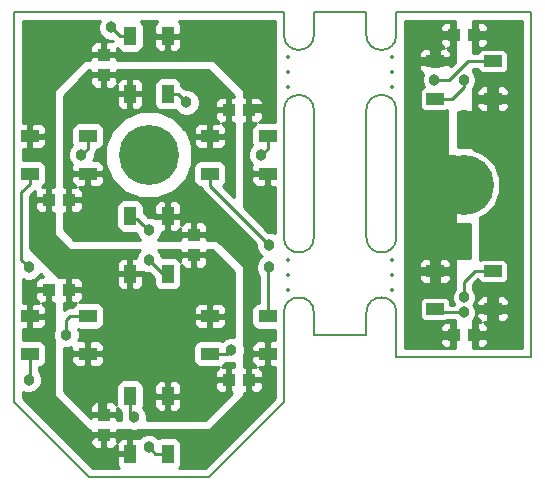
<source format=gtl>
G04 #@! TF.FileFunction,Copper,L1,Top,Signal*
%FSLAX46Y46*%
G04 Gerber Fmt 4.6, Leading zero omitted, Abs format (unit mm)*
G04 Created by KiCad (PCBNEW (2016-05-03 BZR 6266)-product) date Wed May 25 03:17:44 2016*
%MOMM*%
%LPD*%
G01*
G04 APERTURE LIST*
%ADD10C,0.350000*%
%ADD11C,0.150000*%
%ADD12R,1.500000X1.000000*%
%ADD13R,1.000000X1.500000*%
%ADD14C,5.080000*%
%ADD15C,1.016000*%
%ADD16R,1.000000X1.100000*%
%ADD17R,1.100000X1.000000*%
%ADD18C,1.270000*%
%ADD19C,0.965200*%
%ADD20C,0.406400*%
%ADD21C,0.254000*%
%ADD22C,0.350000*%
G04 APERTURE END LIST*
D10*
D11*
X140970000Y-83820000D02*
X140970000Y-81915000D01*
X140970000Y-100965000D02*
X140970000Y-90170000D01*
X140970000Y-107315000D02*
X140970000Y-111125000D01*
X133985000Y-109220000D02*
X138430000Y-109220000D01*
X133985000Y-81915000D02*
X138430000Y-81915000D01*
X140970000Y-90170000D02*
G75*
G03X138430000Y-90170000I-1270000J0D01*
G01*
X133985000Y-90170000D02*
G75*
G03X131445000Y-90170000I-1270000J0D01*
G01*
X140970000Y-107315000D02*
G75*
G03X138430000Y-107315000I-1270000J0D01*
G01*
X133985000Y-107315000D02*
G75*
G03X131445000Y-107315000I-1270000J0D01*
G01*
X131445000Y-100965000D02*
G75*
G03X133985000Y-100965000I1270000J0D01*
G01*
X138430000Y-100965000D02*
G75*
G03X140970000Y-100965000I1270000J0D01*
G01*
X138430000Y-83820000D02*
G75*
G03X140970000Y-83820000I1270000J0D01*
G01*
X131445000Y-83820000D02*
G75*
G03X133985000Y-83820000I1270000J0D01*
G01*
X138430000Y-109220000D02*
X138430000Y-107315000D01*
X133985000Y-107315000D02*
X133985000Y-109220000D01*
X131445000Y-107315000D02*
X131445000Y-114935000D01*
X138430000Y-90170000D02*
X138430000Y-100965000D01*
X133985000Y-100965000D02*
X133985000Y-90170000D01*
X131445000Y-90170000D02*
X131445000Y-100965000D01*
X133985000Y-81915000D02*
X133985000Y-83820000D01*
X138430000Y-83820000D02*
X138430000Y-81915000D01*
X131445000Y-81915000D02*
X131445000Y-83820000D01*
X108585000Y-81915000D02*
X131445000Y-81915000D01*
X108585000Y-114935000D02*
X108585000Y-81915000D01*
X125095000Y-121285000D02*
X114935000Y-121285000D01*
X131445000Y-114935000D02*
X125095000Y-121285000D01*
X108585000Y-114935000D02*
X114935000Y-121285000D01*
X152400000Y-81915000D02*
X140970000Y-81915000D01*
X152400000Y-111125000D02*
X152400000Y-81915000D01*
X140970000Y-111125000D02*
X152400000Y-111125000D01*
D12*
X130085000Y-107620000D03*
X125185000Y-107620000D03*
X125185000Y-110820000D03*
X130085000Y-110820000D03*
D13*
X121615000Y-119290000D03*
X121615000Y-114390000D03*
X118415000Y-114390000D03*
X118415000Y-119290000D03*
D12*
X109945000Y-110820000D03*
X114845000Y-110820000D03*
X114845000Y-107620000D03*
X109945000Y-107620000D03*
D14*
X120015000Y-109220000D03*
D15*
X120015000Y-107315000D03*
X118365222Y-108267500D03*
X118365222Y-110172500D03*
X120015000Y-111125000D03*
X121664778Y-110172500D03*
X121664778Y-108267500D03*
D13*
X118415000Y-99150000D03*
X118415000Y-104050000D03*
X121615000Y-104050000D03*
X121615000Y-99150000D03*
X121615000Y-88810000D03*
X121615000Y-83910000D03*
X118415000Y-83910000D03*
X118415000Y-88810000D03*
D14*
X120015000Y-93980000D03*
D15*
X120015000Y-92075000D03*
X118365222Y-93027500D03*
X118365222Y-94932500D03*
X120015000Y-95885000D03*
X121664778Y-94932500D03*
X121664778Y-93027500D03*
D12*
X125185000Y-95580000D03*
X130085000Y-95580000D03*
X130085000Y-92380000D03*
X125185000Y-92380000D03*
X114845000Y-92380000D03*
X109945000Y-92380000D03*
X109945000Y-95580000D03*
X114845000Y-95580000D03*
D16*
X116205000Y-87210000D03*
X116205000Y-85510000D03*
D17*
X126785000Y-90170000D03*
X128485000Y-90170000D03*
X128485000Y-113030000D03*
X126785000Y-113030000D03*
D16*
X116205000Y-117690000D03*
X116205000Y-115990000D03*
D17*
X111545000Y-105410000D03*
X113245000Y-105410000D03*
X113245000Y-97790000D03*
X111545000Y-97790000D03*
D16*
X123825000Y-100750000D03*
X123825000Y-102450000D03*
D12*
X149135000Y-86030000D03*
X144235000Y-86030000D03*
X144235000Y-89230000D03*
X149135000Y-89230000D03*
D17*
X147535000Y-83820000D03*
X145835000Y-83820000D03*
X147535000Y-109220000D03*
X145835000Y-109220000D03*
D14*
X146685000Y-96520000D03*
D15*
X146685000Y-94615000D03*
X145035222Y-95567500D03*
X145035222Y-97472500D03*
X146685000Y-98425000D03*
X148334778Y-97472500D03*
X148334778Y-95567500D03*
D12*
X149135000Y-103810000D03*
X144235000Y-103810000D03*
X144235000Y-107010000D03*
X149135000Y-107010000D03*
D18*
X116840000Y-97790000D03*
X116840000Y-99060000D03*
X116840000Y-100330000D03*
X115570000Y-99060000D03*
X115570000Y-100330000D03*
X124460000Y-99060000D03*
X123190000Y-97790000D03*
X123190000Y-99060000D03*
X116205000Y-90170000D03*
X114935000Y-90170000D03*
X113665000Y-90170000D03*
X113665000Y-88900000D03*
X114935000Y-88900000D03*
X116205000Y-88900000D03*
X124460000Y-120015000D03*
X125730000Y-118745000D03*
X127000000Y-117475000D03*
X128270000Y-116205000D03*
X129540000Y-114935000D03*
X115570000Y-120015000D03*
X110490000Y-114935000D03*
X111760000Y-116205000D03*
X113030000Y-117475000D03*
X114300000Y-118745000D03*
X115570000Y-104140000D03*
X115570000Y-102870000D03*
X116840000Y-102870000D03*
X116840000Y-104140000D03*
X116840000Y-105410000D03*
X123825000Y-113030000D03*
X125095000Y-113030000D03*
X125095000Y-114300000D03*
X123825000Y-114300000D03*
X114935000Y-114300000D03*
X114935000Y-113030000D03*
X116205000Y-113030000D03*
X116205000Y-114300000D03*
X123825000Y-84455000D03*
X125095000Y-84455000D03*
X125095000Y-83185000D03*
X123825000Y-83185000D03*
X111125000Y-87630000D03*
X109855000Y-87630000D03*
X109855000Y-88900000D03*
X109855000Y-90170000D03*
X128905000Y-87630000D03*
X130175000Y-87630000D03*
X130175000Y-88900000D03*
X130175000Y-90170000D03*
D19*
X129540000Y-93980000D03*
X123190000Y-89535000D03*
X116840000Y-83185000D03*
X127000000Y-110490000D03*
X130175000Y-101600000D03*
X130175000Y-103505000D03*
X118745000Y-116205000D03*
X120015000Y-118745000D03*
X113030000Y-109220000D03*
X109855000Y-113030000D03*
X109855000Y-103505000D03*
X114300000Y-93980000D03*
X120015000Y-102870000D03*
X120015000Y-100330000D03*
D18*
X150495000Y-95250000D03*
X150495000Y-93980000D03*
X149253354Y-93951646D03*
X146685000Y-92710000D03*
X146685000Y-90805000D03*
X142875000Y-97790000D03*
X142875000Y-99060000D03*
X144145000Y-99060000D03*
X146685000Y-100330000D03*
X146685000Y-102235000D03*
D19*
X146696607Y-87641565D03*
X146685000Y-106045000D03*
X144144992Y-87630000D03*
X146685000Y-107315000D03*
D20*
X116840000Y-100330000D02*
X116840000Y-99060000D01*
X115570000Y-100330000D02*
X115570000Y-99060000D01*
X123190000Y-99060000D02*
X124460000Y-99060000D01*
X121615000Y-99150000D02*
X123100000Y-99150000D01*
X123100000Y-99150000D02*
X123190000Y-99060000D01*
X114935000Y-90170000D02*
X116205000Y-90170000D01*
X113665000Y-90170000D02*
X114935000Y-90170000D01*
X113665000Y-88900000D02*
X113665000Y-90170000D01*
X114935000Y-88900000D02*
X113665000Y-88900000D01*
X116205000Y-88900000D02*
X114935000Y-88900000D01*
X118415000Y-88810000D02*
X116295000Y-88810000D01*
X116295000Y-88810000D02*
X116205000Y-88900000D01*
X128270000Y-116205000D02*
X129540000Y-114935000D01*
X125730000Y-118745000D02*
X127000000Y-117475000D01*
X114300000Y-118745000D02*
X115570000Y-120015000D01*
X113030000Y-117475000D02*
X114300000Y-118745000D01*
X110490000Y-114935000D02*
X111760000Y-116205000D01*
X125730000Y-118745000D02*
X124460000Y-120015000D01*
X128270000Y-116205000D02*
X127000000Y-117475000D01*
X128485000Y-113347500D02*
X128485000Y-113880000D01*
X128485000Y-113880000D02*
X129540000Y-114935000D01*
X113030000Y-117475000D02*
X111760000Y-116205000D01*
X115887500Y-117690000D02*
X115355000Y-117690000D01*
X115355000Y-117690000D02*
X114300000Y-118745000D01*
X113665000Y-102870000D02*
X115570000Y-102870000D01*
X115570000Y-102870000D02*
X115570000Y-104140000D01*
X116840000Y-104140000D02*
X116840000Y-102870000D01*
X125095000Y-114300000D02*
X125095000Y-113030000D01*
X121615000Y-114390000D02*
X123735000Y-114390000D01*
X123735000Y-114390000D02*
X123825000Y-114300000D01*
X116205000Y-113030000D02*
X114935000Y-113030000D01*
X115887500Y-115990000D02*
X115887500Y-114617500D01*
X115887500Y-114617500D02*
X116205000Y-114300000D01*
X125095000Y-84455000D02*
X123825000Y-84455000D01*
X125095000Y-83185000D02*
X125095000Y-84455000D01*
X123825000Y-83185000D02*
X125095000Y-83185000D01*
X121615000Y-83910000D02*
X123100000Y-83910000D01*
X123100000Y-83910000D02*
X123825000Y-83185000D01*
X109855000Y-87630000D02*
X111125000Y-87630000D01*
X109855000Y-88900000D02*
X109855000Y-87630000D01*
X109855000Y-90170000D02*
X109855000Y-88900000D01*
X109945000Y-92380000D02*
X109945000Y-90260000D01*
X109945000Y-90260000D02*
X109855000Y-90170000D01*
X130175000Y-87630000D02*
X128905000Y-87630000D01*
X130175000Y-88900000D02*
X130175000Y-87630000D01*
X130175000Y-90170000D02*
X130175000Y-88900000D01*
X128485000Y-89852500D02*
X129857500Y-89852500D01*
X129857500Y-89852500D02*
X130175000Y-90170000D01*
X113245000Y-105092500D02*
X113245000Y-103290000D01*
X113245000Y-103290000D02*
X113665000Y-102870000D01*
D21*
X130085000Y-92380000D02*
X130085000Y-93435000D01*
X130085000Y-93435000D02*
X129540000Y-93980000D01*
X121615000Y-88810000D02*
X122465000Y-88810000D01*
X122465000Y-88810000D02*
X123190000Y-89535000D01*
X118415000Y-83910000D02*
X117565000Y-83910000D01*
X117565000Y-83910000D02*
X116840000Y-83185000D01*
X125185000Y-110820000D02*
X126670000Y-110820000D01*
X126670000Y-110820000D02*
X127000000Y-110490000D01*
X125185000Y-95580000D02*
X125185000Y-96610000D01*
X125185000Y-96610000D02*
X129641601Y-101066601D01*
X129641601Y-101066601D02*
X130175000Y-101600000D01*
X130085000Y-107620000D02*
X130085000Y-103595000D01*
X130085000Y-103595000D02*
X130175000Y-103505000D01*
X118415000Y-114390000D02*
X118415000Y-115875000D01*
X118415000Y-115875000D02*
X118745000Y-116205000D01*
X121615000Y-119290000D02*
X120560000Y-119290000D01*
X120548399Y-119278399D02*
X120015000Y-118745000D01*
X120560000Y-119290000D02*
X120548399Y-119278399D01*
X113030000Y-107950000D02*
X113360000Y-107620000D01*
X113360000Y-107620000D02*
X114845000Y-107620000D01*
X113030000Y-109220000D02*
X113030000Y-107950000D01*
X109855000Y-103505000D02*
X109220000Y-102870000D01*
X109220000Y-102870000D02*
X109220000Y-97155000D01*
X109945000Y-96430000D02*
X109945000Y-95580000D01*
X109220000Y-97155000D02*
X109945000Y-96430000D01*
X109945000Y-110820000D02*
X109945000Y-112940000D01*
X109945000Y-112940000D02*
X109855000Y-113030000D01*
X114845000Y-92380000D02*
X114845000Y-93435000D01*
X114845000Y-93435000D02*
X114300000Y-93980000D01*
X121615000Y-104050000D02*
X121195000Y-104050000D01*
X121195000Y-104050000D02*
X120015000Y-102870000D01*
X119050000Y-99365000D02*
X119557801Y-99872801D01*
X119557801Y-99872801D02*
X120015000Y-100330000D01*
X118415000Y-99150000D02*
X118415000Y-99400000D01*
X118415000Y-99365000D02*
X119050000Y-99365000D01*
D20*
X149253354Y-93951646D02*
X150466646Y-93951646D01*
X150466646Y-93951646D02*
X150495000Y-93980000D01*
X146685000Y-90805000D02*
X146685000Y-92710000D01*
X144145000Y-99060000D02*
X142875000Y-99060000D01*
X146685000Y-102235000D02*
X146685000Y-100330000D01*
D21*
X144235000Y-89230000D02*
X145720000Y-89230000D01*
X145720000Y-89230000D02*
X146696607Y-88253393D01*
X146696607Y-88253393D02*
X146696607Y-87641565D01*
X149135000Y-103810000D02*
X147650000Y-103810000D01*
X147650000Y-103810000D02*
X146685000Y-104775000D01*
X146685000Y-104775000D02*
X146685000Y-106045000D01*
X149135000Y-86030000D02*
X147015000Y-86030000D01*
X145415000Y-87630000D02*
X144144992Y-87630000D01*
X147015000Y-86030000D02*
X145415000Y-87630000D01*
X144235000Y-107010000D02*
X144540000Y-107315000D01*
X144540000Y-107315000D02*
X146685000Y-107315000D01*
X149135000Y-86030000D02*
X149530000Y-86030000D01*
G36*
X115070000Y-86924250D02*
X115228750Y-87083000D01*
X116078000Y-87083000D01*
X116078000Y-87063000D01*
X116332000Y-87063000D01*
X116332000Y-87083000D01*
X117181250Y-87083000D01*
X117340000Y-86924250D01*
X117340000Y-86804500D01*
X125042394Y-86804500D01*
X127190500Y-88952606D01*
X127190500Y-89035000D01*
X127070750Y-89035000D01*
X126912000Y-89193750D01*
X126912000Y-90043000D01*
X126932000Y-90043000D01*
X126932000Y-90297000D01*
X126912000Y-90297000D01*
X126912000Y-91146250D01*
X127070750Y-91305000D01*
X127190500Y-91305000D01*
X127190500Y-97537870D01*
X126271003Y-96618373D01*
X126386441Y-96544090D01*
X126531431Y-96331890D01*
X126582440Y-96080000D01*
X126582440Y-95080000D01*
X126538162Y-94844683D01*
X126399090Y-94628559D01*
X126186890Y-94483569D01*
X125935000Y-94432560D01*
X124435000Y-94432560D01*
X124199683Y-94476838D01*
X123983559Y-94615910D01*
X123838569Y-94828110D01*
X123787560Y-95080000D01*
X123787560Y-96080000D01*
X123831838Y-96315317D01*
X123970910Y-96531441D01*
X124183110Y-96676431D01*
X124435000Y-96727440D01*
X124446360Y-96727440D01*
X124481004Y-96901605D01*
X124565326Y-97027801D01*
X124646185Y-97148815D01*
X129057434Y-101560065D01*
X129057207Y-101821329D01*
X129226992Y-102232242D01*
X129541104Y-102546903D01*
X129554107Y-102552303D01*
X129542758Y-102556992D01*
X129228097Y-102871104D01*
X129057594Y-103281720D01*
X129057207Y-103726329D01*
X129226992Y-104137242D01*
X129323000Y-104233418D01*
X129323000Y-106474818D01*
X129099683Y-106516838D01*
X128883559Y-106655910D01*
X128738569Y-106868110D01*
X128687560Y-107120000D01*
X128687560Y-108120000D01*
X128731838Y-108355317D01*
X128870910Y-108571441D01*
X129083110Y-108716431D01*
X129335000Y-108767440D01*
X130683000Y-108767440D01*
X130683000Y-109685000D01*
X130370750Y-109685000D01*
X130212000Y-109843750D01*
X130212000Y-110693000D01*
X130232000Y-110693000D01*
X130232000Y-110947000D01*
X130212000Y-110947000D01*
X130212000Y-111796250D01*
X130370750Y-111955000D01*
X130683000Y-111955000D01*
X130683000Y-114564894D01*
X124724894Y-120523000D01*
X122537054Y-120523000D01*
X122566441Y-120504090D01*
X122711431Y-120291890D01*
X122762440Y-120040000D01*
X122762440Y-118540000D01*
X122718162Y-118304683D01*
X122579090Y-118088559D01*
X122366890Y-117943569D01*
X122115000Y-117892560D01*
X121115000Y-117892560D01*
X120879683Y-117936838D01*
X120823491Y-117972997D01*
X120648896Y-117798097D01*
X120238280Y-117627594D01*
X119793671Y-117627207D01*
X119382758Y-117796992D01*
X119206159Y-117973283D01*
X119041310Y-117905000D01*
X118700750Y-117905000D01*
X118542000Y-118063750D01*
X118542000Y-119163000D01*
X118562000Y-119163000D01*
X118562000Y-119417000D01*
X118542000Y-119417000D01*
X118542000Y-119437000D01*
X118288000Y-119437000D01*
X118288000Y-119417000D01*
X117438750Y-119417000D01*
X117280000Y-119575750D01*
X117280000Y-120166309D01*
X117376673Y-120399698D01*
X117499974Y-120523000D01*
X115305106Y-120523000D01*
X112757856Y-117975750D01*
X115070000Y-117975750D01*
X115070000Y-118366309D01*
X115166673Y-118599698D01*
X115345301Y-118778327D01*
X115578690Y-118875000D01*
X115919250Y-118875000D01*
X116078000Y-118716250D01*
X116078000Y-117817000D01*
X116332000Y-117817000D01*
X116332000Y-118716250D01*
X116490750Y-118875000D01*
X116831310Y-118875000D01*
X117064699Y-118778327D01*
X117243327Y-118599698D01*
X117280000Y-118511162D01*
X117280000Y-119004250D01*
X117438750Y-119163000D01*
X118288000Y-119163000D01*
X118288000Y-118063750D01*
X118129250Y-117905000D01*
X117788690Y-117905000D01*
X117555301Y-118001673D01*
X117376673Y-118180302D01*
X117340000Y-118268838D01*
X117340000Y-117975750D01*
X117181250Y-117817000D01*
X116332000Y-117817000D01*
X116078000Y-117817000D01*
X115228750Y-117817000D01*
X115070000Y-117975750D01*
X112757856Y-117975750D01*
X109347000Y-114564894D01*
X109347000Y-114029179D01*
X109631720Y-114147406D01*
X110076329Y-114147793D01*
X110487242Y-113978008D01*
X110801903Y-113663896D01*
X110972406Y-113253280D01*
X110972793Y-112808671D01*
X110803008Y-112397758D01*
X110707000Y-112301582D01*
X110707000Y-111965182D01*
X110930317Y-111923162D01*
X111146441Y-111784090D01*
X111291431Y-111571890D01*
X111342440Y-111320000D01*
X111342440Y-110320000D01*
X111298162Y-110084683D01*
X111159090Y-109868559D01*
X110946890Y-109723569D01*
X110695000Y-109672560D01*
X109347000Y-109672560D01*
X109347000Y-108755000D01*
X109659250Y-108755000D01*
X109818000Y-108596250D01*
X109818000Y-107747000D01*
X110072000Y-107747000D01*
X110072000Y-108596250D01*
X110230750Y-108755000D01*
X110821309Y-108755000D01*
X111054698Y-108658327D01*
X111233327Y-108479699D01*
X111330000Y-108246310D01*
X111330000Y-107905750D01*
X111171250Y-107747000D01*
X110072000Y-107747000D01*
X109818000Y-107747000D01*
X109798000Y-107747000D01*
X109798000Y-107493000D01*
X109818000Y-107493000D01*
X109818000Y-106643750D01*
X110072000Y-106643750D01*
X110072000Y-107493000D01*
X111171250Y-107493000D01*
X111330000Y-107334250D01*
X111330000Y-106993690D01*
X111233327Y-106760301D01*
X111054698Y-106581673D01*
X110966162Y-106545000D01*
X111259250Y-106545000D01*
X111418000Y-106386250D01*
X111418000Y-105537000D01*
X110518750Y-105537000D01*
X110360000Y-105695750D01*
X110360000Y-106036310D01*
X110456673Y-106269699D01*
X110635302Y-106448327D01*
X110723838Y-106485000D01*
X110230750Y-106485000D01*
X110072000Y-106643750D01*
X109818000Y-106643750D01*
X109659250Y-106485000D01*
X109347000Y-106485000D01*
X109347000Y-104504179D01*
X109631720Y-104622406D01*
X110076329Y-104622793D01*
X110487242Y-104453008D01*
X110801903Y-104138896D01*
X110843680Y-104038286D01*
X111080394Y-104275000D01*
X110868691Y-104275000D01*
X110635302Y-104371673D01*
X110456673Y-104550301D01*
X110360000Y-104783690D01*
X110360000Y-105124250D01*
X110518750Y-105283000D01*
X111418000Y-105283000D01*
X111418000Y-105263000D01*
X111672000Y-105263000D01*
X111672000Y-105283000D01*
X111692000Y-105283000D01*
X111692000Y-105537000D01*
X111672000Y-105537000D01*
X111672000Y-106386250D01*
X111830750Y-106545000D01*
X111950500Y-106545000D01*
X111950500Y-108905432D01*
X111912594Y-108996720D01*
X111912207Y-109441329D01*
X111950500Y-109534006D01*
X111950500Y-114300000D01*
X111960506Y-114349410D01*
X111987697Y-114389803D01*
X114845197Y-117247303D01*
X114887211Y-117275166D01*
X114935000Y-117284500D01*
X115070000Y-117284500D01*
X115070000Y-117404250D01*
X115228750Y-117563000D01*
X116078000Y-117563000D01*
X116078000Y-117543000D01*
X116332000Y-117543000D01*
X116332000Y-117563000D01*
X117181250Y-117563000D01*
X117340000Y-117404250D01*
X117340000Y-117284500D01*
X118430432Y-117284500D01*
X118521720Y-117322406D01*
X118966329Y-117322793D01*
X119059006Y-117284500D01*
X125095000Y-117284500D01*
X125144410Y-117274494D01*
X125184803Y-117247303D01*
X128042303Y-114389803D01*
X128070166Y-114347789D01*
X128079500Y-114300000D01*
X128079500Y-114165000D01*
X128199250Y-114165000D01*
X128358000Y-114006250D01*
X128358000Y-113157000D01*
X128612000Y-113157000D01*
X128612000Y-114006250D01*
X128770750Y-114165000D01*
X129161309Y-114165000D01*
X129394698Y-114068327D01*
X129573327Y-113889699D01*
X129670000Y-113656310D01*
X129670000Y-113315750D01*
X129511250Y-113157000D01*
X128612000Y-113157000D01*
X128358000Y-113157000D01*
X128338000Y-113157000D01*
X128338000Y-112903000D01*
X128358000Y-112903000D01*
X128358000Y-112053750D01*
X128612000Y-112053750D01*
X128612000Y-112903000D01*
X129511250Y-112903000D01*
X129670000Y-112744250D01*
X129670000Y-112403690D01*
X129573327Y-112170301D01*
X129394698Y-111991673D01*
X129306162Y-111955000D01*
X129799250Y-111955000D01*
X129958000Y-111796250D01*
X129958000Y-110947000D01*
X128858750Y-110947000D01*
X128700000Y-111105750D01*
X128700000Y-111446310D01*
X128796673Y-111679699D01*
X128975302Y-111858327D01*
X129063838Y-111895000D01*
X128770750Y-111895000D01*
X128612000Y-112053750D01*
X128358000Y-112053750D01*
X128199250Y-111895000D01*
X128079500Y-111895000D01*
X128079500Y-110804568D01*
X128117406Y-110713280D01*
X128117793Y-110268671D01*
X128086812Y-110193690D01*
X128700000Y-110193690D01*
X128700000Y-110534250D01*
X128858750Y-110693000D01*
X129958000Y-110693000D01*
X129958000Y-109843750D01*
X129799250Y-109685000D01*
X129208691Y-109685000D01*
X128975302Y-109781673D01*
X128796673Y-109960301D01*
X128700000Y-110193690D01*
X128086812Y-110193690D01*
X128079500Y-110175994D01*
X128079500Y-103505000D01*
X128069494Y-103455590D01*
X128042303Y-103415197D01*
X125819803Y-101192697D01*
X125777789Y-101164834D01*
X125730000Y-101155500D01*
X124960000Y-101155500D01*
X124960000Y-101035750D01*
X124801250Y-100877000D01*
X123952000Y-100877000D01*
X123952000Y-100897000D01*
X123698000Y-100897000D01*
X123698000Y-100877000D01*
X122848750Y-100877000D01*
X122690000Y-101035750D01*
X122690000Y-101155500D01*
X120769964Y-101155500D01*
X120961903Y-100963896D01*
X121132406Y-100553280D01*
X121132422Y-100535000D01*
X121329250Y-100535000D01*
X121488000Y-100376250D01*
X121488000Y-99277000D01*
X121742000Y-99277000D01*
X121742000Y-100376250D01*
X121900750Y-100535000D01*
X122241310Y-100535000D01*
X122474699Y-100438327D01*
X122653327Y-100259698D01*
X122690000Y-100171162D01*
X122690000Y-100464250D01*
X122848750Y-100623000D01*
X123698000Y-100623000D01*
X123698000Y-99723750D01*
X123952000Y-99723750D01*
X123952000Y-100623000D01*
X124801250Y-100623000D01*
X124960000Y-100464250D01*
X124960000Y-100073691D01*
X124863327Y-99840302D01*
X124684699Y-99661673D01*
X124451310Y-99565000D01*
X124110750Y-99565000D01*
X123952000Y-99723750D01*
X123698000Y-99723750D01*
X123539250Y-99565000D01*
X123198690Y-99565000D01*
X122965301Y-99661673D01*
X122786673Y-99840302D01*
X122750000Y-99928838D01*
X122750000Y-99435750D01*
X122591250Y-99277000D01*
X121742000Y-99277000D01*
X121488000Y-99277000D01*
X120638750Y-99277000D01*
X120566759Y-99348991D01*
X120238280Y-99212594D01*
X119974995Y-99212365D01*
X119588815Y-98826185D01*
X119562440Y-98808562D01*
X119562440Y-98400000D01*
X119538674Y-98273691D01*
X120480000Y-98273691D01*
X120480000Y-98864250D01*
X120638750Y-99023000D01*
X121488000Y-99023000D01*
X121488000Y-97923750D01*
X121742000Y-97923750D01*
X121742000Y-99023000D01*
X122591250Y-99023000D01*
X122750000Y-98864250D01*
X122750000Y-98273691D01*
X122653327Y-98040302D01*
X122474699Y-97861673D01*
X122241310Y-97765000D01*
X121900750Y-97765000D01*
X121742000Y-97923750D01*
X121488000Y-97923750D01*
X121329250Y-97765000D01*
X120988690Y-97765000D01*
X120755301Y-97861673D01*
X120576673Y-98040302D01*
X120480000Y-98273691D01*
X119538674Y-98273691D01*
X119518162Y-98164683D01*
X119379090Y-97948559D01*
X119166890Y-97803569D01*
X118915000Y-97752560D01*
X117915000Y-97752560D01*
X117679683Y-97796838D01*
X117463559Y-97935910D01*
X117318569Y-98148110D01*
X117267560Y-98400000D01*
X117267560Y-99900000D01*
X117311838Y-100135317D01*
X117450910Y-100351441D01*
X117663110Y-100496431D01*
X117915000Y-100547440D01*
X118897210Y-100547440D01*
X118897207Y-100551329D01*
X119066992Y-100962242D01*
X119259913Y-101155500D01*
X113717606Y-101155500D01*
X112839500Y-100277394D01*
X112839500Y-98925000D01*
X112959250Y-98925000D01*
X113118000Y-98766250D01*
X113118000Y-97917000D01*
X113372000Y-97917000D01*
X113372000Y-98766250D01*
X113530750Y-98925000D01*
X113921309Y-98925000D01*
X114154698Y-98828327D01*
X114333327Y-98649699D01*
X114430000Y-98416310D01*
X114430000Y-98075750D01*
X114271250Y-97917000D01*
X113372000Y-97917000D01*
X113118000Y-97917000D01*
X113098000Y-97917000D01*
X113098000Y-97663000D01*
X113118000Y-97663000D01*
X113118000Y-96813750D01*
X113372000Y-96813750D01*
X113372000Y-97663000D01*
X114271250Y-97663000D01*
X114430000Y-97504250D01*
X114430000Y-97163690D01*
X114333327Y-96930301D01*
X114154698Y-96751673D01*
X114066162Y-96715000D01*
X114559250Y-96715000D01*
X114718000Y-96556250D01*
X114718000Y-95707000D01*
X114972000Y-95707000D01*
X114972000Y-96556250D01*
X115130750Y-96715000D01*
X115721309Y-96715000D01*
X115954698Y-96618327D01*
X116133327Y-96439699D01*
X116230000Y-96206310D01*
X116230000Y-95865750D01*
X116071250Y-95707000D01*
X114972000Y-95707000D01*
X114718000Y-95707000D01*
X113618750Y-95707000D01*
X113460000Y-95865750D01*
X113460000Y-96206310D01*
X113556673Y-96439699D01*
X113735302Y-96618327D01*
X113823838Y-96655000D01*
X113530750Y-96655000D01*
X113372000Y-96813750D01*
X113118000Y-96813750D01*
X112959250Y-96655000D01*
X112839500Y-96655000D01*
X112839500Y-94201329D01*
X113182207Y-94201329D01*
X113351992Y-94612242D01*
X113528283Y-94788841D01*
X113460000Y-94953690D01*
X113460000Y-95294250D01*
X113618750Y-95453000D01*
X114718000Y-95453000D01*
X114718000Y-95433000D01*
X114972000Y-95433000D01*
X114972000Y-95453000D01*
X116071250Y-95453000D01*
X116230000Y-95294250D01*
X116230000Y-94953690D01*
X116133327Y-94720301D01*
X116122406Y-94709380D01*
X116331362Y-94709380D01*
X116890884Y-96063526D01*
X117926024Y-97100475D01*
X119279192Y-97662359D01*
X120744380Y-97663638D01*
X122098526Y-97104116D01*
X123135475Y-96068976D01*
X123697359Y-94715808D01*
X123698638Y-93250620D01*
X123456975Y-92665750D01*
X123800000Y-92665750D01*
X123800000Y-93006310D01*
X123896673Y-93239699D01*
X124075302Y-93418327D01*
X124308691Y-93515000D01*
X124899250Y-93515000D01*
X125058000Y-93356250D01*
X125058000Y-92507000D01*
X125312000Y-92507000D01*
X125312000Y-93356250D01*
X125470750Y-93515000D01*
X126061309Y-93515000D01*
X126294698Y-93418327D01*
X126473327Y-93239699D01*
X126570000Y-93006310D01*
X126570000Y-92665750D01*
X126411250Y-92507000D01*
X125312000Y-92507000D01*
X125058000Y-92507000D01*
X123958750Y-92507000D01*
X123800000Y-92665750D01*
X123456975Y-92665750D01*
X123139116Y-91896474D01*
X122996582Y-91753690D01*
X123800000Y-91753690D01*
X123800000Y-92094250D01*
X123958750Y-92253000D01*
X125058000Y-92253000D01*
X125058000Y-91403750D01*
X125312000Y-91403750D01*
X125312000Y-92253000D01*
X126411250Y-92253000D01*
X126570000Y-92094250D01*
X126570000Y-91753690D01*
X126473327Y-91520301D01*
X126294698Y-91341673D01*
X126206162Y-91305000D01*
X126499250Y-91305000D01*
X126658000Y-91146250D01*
X126658000Y-90297000D01*
X125758750Y-90297000D01*
X125600000Y-90455750D01*
X125600000Y-90796310D01*
X125696673Y-91029699D01*
X125875302Y-91208327D01*
X125963838Y-91245000D01*
X125470750Y-91245000D01*
X125312000Y-91403750D01*
X125058000Y-91403750D01*
X124899250Y-91245000D01*
X124308691Y-91245000D01*
X124075302Y-91341673D01*
X123896673Y-91520301D01*
X123800000Y-91753690D01*
X122996582Y-91753690D01*
X122103976Y-90859525D01*
X120750808Y-90297641D01*
X119285620Y-90296362D01*
X117931474Y-90855884D01*
X116894525Y-91891024D01*
X116332641Y-93244192D01*
X116331362Y-94709380D01*
X116122406Y-94709380D01*
X115954698Y-94541673D01*
X115721309Y-94445000D01*
X115317035Y-94445000D01*
X115417406Y-94203280D01*
X115417650Y-93923179D01*
X115548996Y-93726605D01*
X115559101Y-93675803D01*
X115588612Y-93527440D01*
X115595000Y-93527440D01*
X115830317Y-93483162D01*
X116046441Y-93344090D01*
X116191431Y-93131890D01*
X116242440Y-92880000D01*
X116242440Y-91880000D01*
X116198162Y-91644683D01*
X116059090Y-91428559D01*
X115846890Y-91283569D01*
X115595000Y-91232560D01*
X114095000Y-91232560D01*
X113859683Y-91276838D01*
X113643559Y-91415910D01*
X113498569Y-91628110D01*
X113447560Y-91880000D01*
X113447560Y-92880000D01*
X113491838Y-93115317D01*
X113527997Y-93171509D01*
X113353097Y-93346104D01*
X113182594Y-93756720D01*
X113182207Y-94201329D01*
X112839500Y-94201329D01*
X112839500Y-89095750D01*
X117280000Y-89095750D01*
X117280000Y-89686309D01*
X117376673Y-89919698D01*
X117555301Y-90098327D01*
X117788690Y-90195000D01*
X118129250Y-90195000D01*
X118288000Y-90036250D01*
X118288000Y-88937000D01*
X118542000Y-88937000D01*
X118542000Y-90036250D01*
X118700750Y-90195000D01*
X119041310Y-90195000D01*
X119274699Y-90098327D01*
X119453327Y-89919698D01*
X119550000Y-89686309D01*
X119550000Y-89095750D01*
X119391250Y-88937000D01*
X118542000Y-88937000D01*
X118288000Y-88937000D01*
X117438750Y-88937000D01*
X117280000Y-89095750D01*
X112839500Y-89095750D01*
X112839500Y-88952606D01*
X114296356Y-87495750D01*
X115070000Y-87495750D01*
X115070000Y-87886309D01*
X115166673Y-88119698D01*
X115345301Y-88298327D01*
X115578690Y-88395000D01*
X115919250Y-88395000D01*
X116078000Y-88236250D01*
X116078000Y-87337000D01*
X116332000Y-87337000D01*
X116332000Y-88236250D01*
X116490750Y-88395000D01*
X116831310Y-88395000D01*
X117064699Y-88298327D01*
X117243327Y-88119698D01*
X117280000Y-88031162D01*
X117280000Y-88524250D01*
X117438750Y-88683000D01*
X118288000Y-88683000D01*
X118288000Y-87583750D01*
X118542000Y-87583750D01*
X118542000Y-88683000D01*
X119391250Y-88683000D01*
X119550000Y-88524250D01*
X119550000Y-88060000D01*
X120467560Y-88060000D01*
X120467560Y-89560000D01*
X120511838Y-89795317D01*
X120650910Y-90011441D01*
X120863110Y-90156431D01*
X121115000Y-90207440D01*
X122115000Y-90207440D01*
X122255693Y-90180967D01*
X122556104Y-90481903D01*
X122966720Y-90652406D01*
X123411329Y-90652793D01*
X123822242Y-90483008D01*
X124136903Y-90168896D01*
X124307406Y-89758280D01*
X124307592Y-89543690D01*
X125600000Y-89543690D01*
X125600000Y-89884250D01*
X125758750Y-90043000D01*
X126658000Y-90043000D01*
X126658000Y-89193750D01*
X126499250Y-89035000D01*
X126108691Y-89035000D01*
X125875302Y-89131673D01*
X125696673Y-89310301D01*
X125600000Y-89543690D01*
X124307592Y-89543690D01*
X124307793Y-89313671D01*
X124138008Y-88902758D01*
X123823896Y-88588097D01*
X123413280Y-88417594D01*
X123149995Y-88417365D01*
X123003815Y-88271185D01*
X122931248Y-88222697D01*
X122762440Y-88109903D01*
X122762440Y-88060000D01*
X122718162Y-87824683D01*
X122579090Y-87608559D01*
X122366890Y-87463569D01*
X122115000Y-87412560D01*
X121115000Y-87412560D01*
X120879683Y-87456838D01*
X120663559Y-87595910D01*
X120518569Y-87808110D01*
X120467560Y-88060000D01*
X119550000Y-88060000D01*
X119550000Y-87933691D01*
X119453327Y-87700302D01*
X119274699Y-87521673D01*
X119041310Y-87425000D01*
X118700750Y-87425000D01*
X118542000Y-87583750D01*
X118288000Y-87583750D01*
X118129250Y-87425000D01*
X117788690Y-87425000D01*
X117555301Y-87521673D01*
X117376673Y-87700302D01*
X117340000Y-87788838D01*
X117340000Y-87495750D01*
X117181250Y-87337000D01*
X116332000Y-87337000D01*
X116078000Y-87337000D01*
X115228750Y-87337000D01*
X115070000Y-87495750D01*
X114296356Y-87495750D01*
X114987606Y-86804500D01*
X115070000Y-86804500D01*
X115070000Y-86924250D01*
X115070000Y-86924250D01*
G37*
X115070000Y-86924250D02*
X115228750Y-87083000D01*
X116078000Y-87083000D01*
X116078000Y-87063000D01*
X116332000Y-87063000D01*
X116332000Y-87083000D01*
X117181250Y-87083000D01*
X117340000Y-86924250D01*
X117340000Y-86804500D01*
X125042394Y-86804500D01*
X127190500Y-88952606D01*
X127190500Y-89035000D01*
X127070750Y-89035000D01*
X126912000Y-89193750D01*
X126912000Y-90043000D01*
X126932000Y-90043000D01*
X126932000Y-90297000D01*
X126912000Y-90297000D01*
X126912000Y-91146250D01*
X127070750Y-91305000D01*
X127190500Y-91305000D01*
X127190500Y-97537870D01*
X126271003Y-96618373D01*
X126386441Y-96544090D01*
X126531431Y-96331890D01*
X126582440Y-96080000D01*
X126582440Y-95080000D01*
X126538162Y-94844683D01*
X126399090Y-94628559D01*
X126186890Y-94483569D01*
X125935000Y-94432560D01*
X124435000Y-94432560D01*
X124199683Y-94476838D01*
X123983559Y-94615910D01*
X123838569Y-94828110D01*
X123787560Y-95080000D01*
X123787560Y-96080000D01*
X123831838Y-96315317D01*
X123970910Y-96531441D01*
X124183110Y-96676431D01*
X124435000Y-96727440D01*
X124446360Y-96727440D01*
X124481004Y-96901605D01*
X124565326Y-97027801D01*
X124646185Y-97148815D01*
X129057434Y-101560065D01*
X129057207Y-101821329D01*
X129226992Y-102232242D01*
X129541104Y-102546903D01*
X129554107Y-102552303D01*
X129542758Y-102556992D01*
X129228097Y-102871104D01*
X129057594Y-103281720D01*
X129057207Y-103726329D01*
X129226992Y-104137242D01*
X129323000Y-104233418D01*
X129323000Y-106474818D01*
X129099683Y-106516838D01*
X128883559Y-106655910D01*
X128738569Y-106868110D01*
X128687560Y-107120000D01*
X128687560Y-108120000D01*
X128731838Y-108355317D01*
X128870910Y-108571441D01*
X129083110Y-108716431D01*
X129335000Y-108767440D01*
X130683000Y-108767440D01*
X130683000Y-109685000D01*
X130370750Y-109685000D01*
X130212000Y-109843750D01*
X130212000Y-110693000D01*
X130232000Y-110693000D01*
X130232000Y-110947000D01*
X130212000Y-110947000D01*
X130212000Y-111796250D01*
X130370750Y-111955000D01*
X130683000Y-111955000D01*
X130683000Y-114564894D01*
X124724894Y-120523000D01*
X122537054Y-120523000D01*
X122566441Y-120504090D01*
X122711431Y-120291890D01*
X122762440Y-120040000D01*
X122762440Y-118540000D01*
X122718162Y-118304683D01*
X122579090Y-118088559D01*
X122366890Y-117943569D01*
X122115000Y-117892560D01*
X121115000Y-117892560D01*
X120879683Y-117936838D01*
X120823491Y-117972997D01*
X120648896Y-117798097D01*
X120238280Y-117627594D01*
X119793671Y-117627207D01*
X119382758Y-117796992D01*
X119206159Y-117973283D01*
X119041310Y-117905000D01*
X118700750Y-117905000D01*
X118542000Y-118063750D01*
X118542000Y-119163000D01*
X118562000Y-119163000D01*
X118562000Y-119417000D01*
X118542000Y-119417000D01*
X118542000Y-119437000D01*
X118288000Y-119437000D01*
X118288000Y-119417000D01*
X117438750Y-119417000D01*
X117280000Y-119575750D01*
X117280000Y-120166309D01*
X117376673Y-120399698D01*
X117499974Y-120523000D01*
X115305106Y-120523000D01*
X112757856Y-117975750D01*
X115070000Y-117975750D01*
X115070000Y-118366309D01*
X115166673Y-118599698D01*
X115345301Y-118778327D01*
X115578690Y-118875000D01*
X115919250Y-118875000D01*
X116078000Y-118716250D01*
X116078000Y-117817000D01*
X116332000Y-117817000D01*
X116332000Y-118716250D01*
X116490750Y-118875000D01*
X116831310Y-118875000D01*
X117064699Y-118778327D01*
X117243327Y-118599698D01*
X117280000Y-118511162D01*
X117280000Y-119004250D01*
X117438750Y-119163000D01*
X118288000Y-119163000D01*
X118288000Y-118063750D01*
X118129250Y-117905000D01*
X117788690Y-117905000D01*
X117555301Y-118001673D01*
X117376673Y-118180302D01*
X117340000Y-118268838D01*
X117340000Y-117975750D01*
X117181250Y-117817000D01*
X116332000Y-117817000D01*
X116078000Y-117817000D01*
X115228750Y-117817000D01*
X115070000Y-117975750D01*
X112757856Y-117975750D01*
X109347000Y-114564894D01*
X109347000Y-114029179D01*
X109631720Y-114147406D01*
X110076329Y-114147793D01*
X110487242Y-113978008D01*
X110801903Y-113663896D01*
X110972406Y-113253280D01*
X110972793Y-112808671D01*
X110803008Y-112397758D01*
X110707000Y-112301582D01*
X110707000Y-111965182D01*
X110930317Y-111923162D01*
X111146441Y-111784090D01*
X111291431Y-111571890D01*
X111342440Y-111320000D01*
X111342440Y-110320000D01*
X111298162Y-110084683D01*
X111159090Y-109868559D01*
X110946890Y-109723569D01*
X110695000Y-109672560D01*
X109347000Y-109672560D01*
X109347000Y-108755000D01*
X109659250Y-108755000D01*
X109818000Y-108596250D01*
X109818000Y-107747000D01*
X110072000Y-107747000D01*
X110072000Y-108596250D01*
X110230750Y-108755000D01*
X110821309Y-108755000D01*
X111054698Y-108658327D01*
X111233327Y-108479699D01*
X111330000Y-108246310D01*
X111330000Y-107905750D01*
X111171250Y-107747000D01*
X110072000Y-107747000D01*
X109818000Y-107747000D01*
X109798000Y-107747000D01*
X109798000Y-107493000D01*
X109818000Y-107493000D01*
X109818000Y-106643750D01*
X110072000Y-106643750D01*
X110072000Y-107493000D01*
X111171250Y-107493000D01*
X111330000Y-107334250D01*
X111330000Y-106993690D01*
X111233327Y-106760301D01*
X111054698Y-106581673D01*
X110966162Y-106545000D01*
X111259250Y-106545000D01*
X111418000Y-106386250D01*
X111418000Y-105537000D01*
X110518750Y-105537000D01*
X110360000Y-105695750D01*
X110360000Y-106036310D01*
X110456673Y-106269699D01*
X110635302Y-106448327D01*
X110723838Y-106485000D01*
X110230750Y-106485000D01*
X110072000Y-106643750D01*
X109818000Y-106643750D01*
X109659250Y-106485000D01*
X109347000Y-106485000D01*
X109347000Y-104504179D01*
X109631720Y-104622406D01*
X110076329Y-104622793D01*
X110487242Y-104453008D01*
X110801903Y-104138896D01*
X110843680Y-104038286D01*
X111080394Y-104275000D01*
X110868691Y-104275000D01*
X110635302Y-104371673D01*
X110456673Y-104550301D01*
X110360000Y-104783690D01*
X110360000Y-105124250D01*
X110518750Y-105283000D01*
X111418000Y-105283000D01*
X111418000Y-105263000D01*
X111672000Y-105263000D01*
X111672000Y-105283000D01*
X111692000Y-105283000D01*
X111692000Y-105537000D01*
X111672000Y-105537000D01*
X111672000Y-106386250D01*
X111830750Y-106545000D01*
X111950500Y-106545000D01*
X111950500Y-108905432D01*
X111912594Y-108996720D01*
X111912207Y-109441329D01*
X111950500Y-109534006D01*
X111950500Y-114300000D01*
X111960506Y-114349410D01*
X111987697Y-114389803D01*
X114845197Y-117247303D01*
X114887211Y-117275166D01*
X114935000Y-117284500D01*
X115070000Y-117284500D01*
X115070000Y-117404250D01*
X115228750Y-117563000D01*
X116078000Y-117563000D01*
X116078000Y-117543000D01*
X116332000Y-117543000D01*
X116332000Y-117563000D01*
X117181250Y-117563000D01*
X117340000Y-117404250D01*
X117340000Y-117284500D01*
X118430432Y-117284500D01*
X118521720Y-117322406D01*
X118966329Y-117322793D01*
X119059006Y-117284500D01*
X125095000Y-117284500D01*
X125144410Y-117274494D01*
X125184803Y-117247303D01*
X128042303Y-114389803D01*
X128070166Y-114347789D01*
X128079500Y-114300000D01*
X128079500Y-114165000D01*
X128199250Y-114165000D01*
X128358000Y-114006250D01*
X128358000Y-113157000D01*
X128612000Y-113157000D01*
X128612000Y-114006250D01*
X128770750Y-114165000D01*
X129161309Y-114165000D01*
X129394698Y-114068327D01*
X129573327Y-113889699D01*
X129670000Y-113656310D01*
X129670000Y-113315750D01*
X129511250Y-113157000D01*
X128612000Y-113157000D01*
X128358000Y-113157000D01*
X128338000Y-113157000D01*
X128338000Y-112903000D01*
X128358000Y-112903000D01*
X128358000Y-112053750D01*
X128612000Y-112053750D01*
X128612000Y-112903000D01*
X129511250Y-112903000D01*
X129670000Y-112744250D01*
X129670000Y-112403690D01*
X129573327Y-112170301D01*
X129394698Y-111991673D01*
X129306162Y-111955000D01*
X129799250Y-111955000D01*
X129958000Y-111796250D01*
X129958000Y-110947000D01*
X128858750Y-110947000D01*
X128700000Y-111105750D01*
X128700000Y-111446310D01*
X128796673Y-111679699D01*
X128975302Y-111858327D01*
X129063838Y-111895000D01*
X128770750Y-111895000D01*
X128612000Y-112053750D01*
X128358000Y-112053750D01*
X128199250Y-111895000D01*
X128079500Y-111895000D01*
X128079500Y-110804568D01*
X128117406Y-110713280D01*
X128117793Y-110268671D01*
X128086812Y-110193690D01*
X128700000Y-110193690D01*
X128700000Y-110534250D01*
X128858750Y-110693000D01*
X129958000Y-110693000D01*
X129958000Y-109843750D01*
X129799250Y-109685000D01*
X129208691Y-109685000D01*
X128975302Y-109781673D01*
X128796673Y-109960301D01*
X128700000Y-110193690D01*
X128086812Y-110193690D01*
X128079500Y-110175994D01*
X128079500Y-103505000D01*
X128069494Y-103455590D01*
X128042303Y-103415197D01*
X125819803Y-101192697D01*
X125777789Y-101164834D01*
X125730000Y-101155500D01*
X124960000Y-101155500D01*
X124960000Y-101035750D01*
X124801250Y-100877000D01*
X123952000Y-100877000D01*
X123952000Y-100897000D01*
X123698000Y-100897000D01*
X123698000Y-100877000D01*
X122848750Y-100877000D01*
X122690000Y-101035750D01*
X122690000Y-101155500D01*
X120769964Y-101155500D01*
X120961903Y-100963896D01*
X121132406Y-100553280D01*
X121132422Y-100535000D01*
X121329250Y-100535000D01*
X121488000Y-100376250D01*
X121488000Y-99277000D01*
X121742000Y-99277000D01*
X121742000Y-100376250D01*
X121900750Y-100535000D01*
X122241310Y-100535000D01*
X122474699Y-100438327D01*
X122653327Y-100259698D01*
X122690000Y-100171162D01*
X122690000Y-100464250D01*
X122848750Y-100623000D01*
X123698000Y-100623000D01*
X123698000Y-99723750D01*
X123952000Y-99723750D01*
X123952000Y-100623000D01*
X124801250Y-100623000D01*
X124960000Y-100464250D01*
X124960000Y-100073691D01*
X124863327Y-99840302D01*
X124684699Y-99661673D01*
X124451310Y-99565000D01*
X124110750Y-99565000D01*
X123952000Y-99723750D01*
X123698000Y-99723750D01*
X123539250Y-99565000D01*
X123198690Y-99565000D01*
X122965301Y-99661673D01*
X122786673Y-99840302D01*
X122750000Y-99928838D01*
X122750000Y-99435750D01*
X122591250Y-99277000D01*
X121742000Y-99277000D01*
X121488000Y-99277000D01*
X120638750Y-99277000D01*
X120566759Y-99348991D01*
X120238280Y-99212594D01*
X119974995Y-99212365D01*
X119588815Y-98826185D01*
X119562440Y-98808562D01*
X119562440Y-98400000D01*
X119538674Y-98273691D01*
X120480000Y-98273691D01*
X120480000Y-98864250D01*
X120638750Y-99023000D01*
X121488000Y-99023000D01*
X121488000Y-97923750D01*
X121742000Y-97923750D01*
X121742000Y-99023000D01*
X122591250Y-99023000D01*
X122750000Y-98864250D01*
X122750000Y-98273691D01*
X122653327Y-98040302D01*
X122474699Y-97861673D01*
X122241310Y-97765000D01*
X121900750Y-97765000D01*
X121742000Y-97923750D01*
X121488000Y-97923750D01*
X121329250Y-97765000D01*
X120988690Y-97765000D01*
X120755301Y-97861673D01*
X120576673Y-98040302D01*
X120480000Y-98273691D01*
X119538674Y-98273691D01*
X119518162Y-98164683D01*
X119379090Y-97948559D01*
X119166890Y-97803569D01*
X118915000Y-97752560D01*
X117915000Y-97752560D01*
X117679683Y-97796838D01*
X117463559Y-97935910D01*
X117318569Y-98148110D01*
X117267560Y-98400000D01*
X117267560Y-99900000D01*
X117311838Y-100135317D01*
X117450910Y-100351441D01*
X117663110Y-100496431D01*
X117915000Y-100547440D01*
X118897210Y-100547440D01*
X118897207Y-100551329D01*
X119066992Y-100962242D01*
X119259913Y-101155500D01*
X113717606Y-101155500D01*
X112839500Y-100277394D01*
X112839500Y-98925000D01*
X112959250Y-98925000D01*
X113118000Y-98766250D01*
X113118000Y-97917000D01*
X113372000Y-97917000D01*
X113372000Y-98766250D01*
X113530750Y-98925000D01*
X113921309Y-98925000D01*
X114154698Y-98828327D01*
X114333327Y-98649699D01*
X114430000Y-98416310D01*
X114430000Y-98075750D01*
X114271250Y-97917000D01*
X113372000Y-97917000D01*
X113118000Y-97917000D01*
X113098000Y-97917000D01*
X113098000Y-97663000D01*
X113118000Y-97663000D01*
X113118000Y-96813750D01*
X113372000Y-96813750D01*
X113372000Y-97663000D01*
X114271250Y-97663000D01*
X114430000Y-97504250D01*
X114430000Y-97163690D01*
X114333327Y-96930301D01*
X114154698Y-96751673D01*
X114066162Y-96715000D01*
X114559250Y-96715000D01*
X114718000Y-96556250D01*
X114718000Y-95707000D01*
X114972000Y-95707000D01*
X114972000Y-96556250D01*
X115130750Y-96715000D01*
X115721309Y-96715000D01*
X115954698Y-96618327D01*
X116133327Y-96439699D01*
X116230000Y-96206310D01*
X116230000Y-95865750D01*
X116071250Y-95707000D01*
X114972000Y-95707000D01*
X114718000Y-95707000D01*
X113618750Y-95707000D01*
X113460000Y-95865750D01*
X113460000Y-96206310D01*
X113556673Y-96439699D01*
X113735302Y-96618327D01*
X113823838Y-96655000D01*
X113530750Y-96655000D01*
X113372000Y-96813750D01*
X113118000Y-96813750D01*
X112959250Y-96655000D01*
X112839500Y-96655000D01*
X112839500Y-94201329D01*
X113182207Y-94201329D01*
X113351992Y-94612242D01*
X113528283Y-94788841D01*
X113460000Y-94953690D01*
X113460000Y-95294250D01*
X113618750Y-95453000D01*
X114718000Y-95453000D01*
X114718000Y-95433000D01*
X114972000Y-95433000D01*
X114972000Y-95453000D01*
X116071250Y-95453000D01*
X116230000Y-95294250D01*
X116230000Y-94953690D01*
X116133327Y-94720301D01*
X116122406Y-94709380D01*
X116331362Y-94709380D01*
X116890884Y-96063526D01*
X117926024Y-97100475D01*
X119279192Y-97662359D01*
X120744380Y-97663638D01*
X122098526Y-97104116D01*
X123135475Y-96068976D01*
X123697359Y-94715808D01*
X123698638Y-93250620D01*
X123456975Y-92665750D01*
X123800000Y-92665750D01*
X123800000Y-93006310D01*
X123896673Y-93239699D01*
X124075302Y-93418327D01*
X124308691Y-93515000D01*
X124899250Y-93515000D01*
X125058000Y-93356250D01*
X125058000Y-92507000D01*
X125312000Y-92507000D01*
X125312000Y-93356250D01*
X125470750Y-93515000D01*
X126061309Y-93515000D01*
X126294698Y-93418327D01*
X126473327Y-93239699D01*
X126570000Y-93006310D01*
X126570000Y-92665750D01*
X126411250Y-92507000D01*
X125312000Y-92507000D01*
X125058000Y-92507000D01*
X123958750Y-92507000D01*
X123800000Y-92665750D01*
X123456975Y-92665750D01*
X123139116Y-91896474D01*
X122996582Y-91753690D01*
X123800000Y-91753690D01*
X123800000Y-92094250D01*
X123958750Y-92253000D01*
X125058000Y-92253000D01*
X125058000Y-91403750D01*
X125312000Y-91403750D01*
X125312000Y-92253000D01*
X126411250Y-92253000D01*
X126570000Y-92094250D01*
X126570000Y-91753690D01*
X126473327Y-91520301D01*
X126294698Y-91341673D01*
X126206162Y-91305000D01*
X126499250Y-91305000D01*
X126658000Y-91146250D01*
X126658000Y-90297000D01*
X125758750Y-90297000D01*
X125600000Y-90455750D01*
X125600000Y-90796310D01*
X125696673Y-91029699D01*
X125875302Y-91208327D01*
X125963838Y-91245000D01*
X125470750Y-91245000D01*
X125312000Y-91403750D01*
X125058000Y-91403750D01*
X124899250Y-91245000D01*
X124308691Y-91245000D01*
X124075302Y-91341673D01*
X123896673Y-91520301D01*
X123800000Y-91753690D01*
X122996582Y-91753690D01*
X122103976Y-90859525D01*
X120750808Y-90297641D01*
X119285620Y-90296362D01*
X117931474Y-90855884D01*
X116894525Y-91891024D01*
X116332641Y-93244192D01*
X116331362Y-94709380D01*
X116122406Y-94709380D01*
X115954698Y-94541673D01*
X115721309Y-94445000D01*
X115317035Y-94445000D01*
X115417406Y-94203280D01*
X115417650Y-93923179D01*
X115548996Y-93726605D01*
X115559101Y-93675803D01*
X115588612Y-93527440D01*
X115595000Y-93527440D01*
X115830317Y-93483162D01*
X116046441Y-93344090D01*
X116191431Y-93131890D01*
X116242440Y-92880000D01*
X116242440Y-91880000D01*
X116198162Y-91644683D01*
X116059090Y-91428559D01*
X115846890Y-91283569D01*
X115595000Y-91232560D01*
X114095000Y-91232560D01*
X113859683Y-91276838D01*
X113643559Y-91415910D01*
X113498569Y-91628110D01*
X113447560Y-91880000D01*
X113447560Y-92880000D01*
X113491838Y-93115317D01*
X113527997Y-93171509D01*
X113353097Y-93346104D01*
X113182594Y-93756720D01*
X113182207Y-94201329D01*
X112839500Y-94201329D01*
X112839500Y-89095750D01*
X117280000Y-89095750D01*
X117280000Y-89686309D01*
X117376673Y-89919698D01*
X117555301Y-90098327D01*
X117788690Y-90195000D01*
X118129250Y-90195000D01*
X118288000Y-90036250D01*
X118288000Y-88937000D01*
X118542000Y-88937000D01*
X118542000Y-90036250D01*
X118700750Y-90195000D01*
X119041310Y-90195000D01*
X119274699Y-90098327D01*
X119453327Y-89919698D01*
X119550000Y-89686309D01*
X119550000Y-89095750D01*
X119391250Y-88937000D01*
X118542000Y-88937000D01*
X118288000Y-88937000D01*
X117438750Y-88937000D01*
X117280000Y-89095750D01*
X112839500Y-89095750D01*
X112839500Y-88952606D01*
X114296356Y-87495750D01*
X115070000Y-87495750D01*
X115070000Y-87886309D01*
X115166673Y-88119698D01*
X115345301Y-88298327D01*
X115578690Y-88395000D01*
X115919250Y-88395000D01*
X116078000Y-88236250D01*
X116078000Y-87337000D01*
X116332000Y-87337000D01*
X116332000Y-88236250D01*
X116490750Y-88395000D01*
X116831310Y-88395000D01*
X117064699Y-88298327D01*
X117243327Y-88119698D01*
X117280000Y-88031162D01*
X117280000Y-88524250D01*
X117438750Y-88683000D01*
X118288000Y-88683000D01*
X118288000Y-87583750D01*
X118542000Y-87583750D01*
X118542000Y-88683000D01*
X119391250Y-88683000D01*
X119550000Y-88524250D01*
X119550000Y-88060000D01*
X120467560Y-88060000D01*
X120467560Y-89560000D01*
X120511838Y-89795317D01*
X120650910Y-90011441D01*
X120863110Y-90156431D01*
X121115000Y-90207440D01*
X122115000Y-90207440D01*
X122255693Y-90180967D01*
X122556104Y-90481903D01*
X122966720Y-90652406D01*
X123411329Y-90652793D01*
X123822242Y-90483008D01*
X124136903Y-90168896D01*
X124307406Y-89758280D01*
X124307592Y-89543690D01*
X125600000Y-89543690D01*
X125600000Y-89884250D01*
X125758750Y-90043000D01*
X126658000Y-90043000D01*
X126658000Y-89193750D01*
X126499250Y-89035000D01*
X126108691Y-89035000D01*
X125875302Y-89131673D01*
X125696673Y-89310301D01*
X125600000Y-89543690D01*
X124307592Y-89543690D01*
X124307793Y-89313671D01*
X124138008Y-88902758D01*
X123823896Y-88588097D01*
X123413280Y-88417594D01*
X123149995Y-88417365D01*
X123003815Y-88271185D01*
X122931248Y-88222697D01*
X122762440Y-88109903D01*
X122762440Y-88060000D01*
X122718162Y-87824683D01*
X122579090Y-87608559D01*
X122366890Y-87463569D01*
X122115000Y-87412560D01*
X121115000Y-87412560D01*
X120879683Y-87456838D01*
X120663559Y-87595910D01*
X120518569Y-87808110D01*
X120467560Y-88060000D01*
X119550000Y-88060000D01*
X119550000Y-87933691D01*
X119453327Y-87700302D01*
X119274699Y-87521673D01*
X119041310Y-87425000D01*
X118700750Y-87425000D01*
X118542000Y-87583750D01*
X118288000Y-87583750D01*
X118129250Y-87425000D01*
X117788690Y-87425000D01*
X117555301Y-87521673D01*
X117376673Y-87700302D01*
X117340000Y-87788838D01*
X117340000Y-87495750D01*
X117181250Y-87337000D01*
X116332000Y-87337000D01*
X116078000Y-87337000D01*
X115228750Y-87337000D01*
X115070000Y-87495750D01*
X114296356Y-87495750D01*
X114987606Y-86804500D01*
X115070000Y-86804500D01*
X115070000Y-86924250D01*
G36*
X115722594Y-82961720D02*
X115722207Y-83406329D01*
X115891992Y-83817242D01*
X116206104Y-84131903D01*
X116616720Y-84302406D01*
X116880005Y-84302635D01*
X116952617Y-84375247D01*
X116831310Y-84325000D01*
X116490750Y-84325000D01*
X116332000Y-84483750D01*
X116332000Y-85383000D01*
X117181250Y-85383000D01*
X117340000Y-85224250D01*
X117340000Y-84939082D01*
X117450910Y-85111441D01*
X117663110Y-85256431D01*
X117915000Y-85307440D01*
X118915000Y-85307440D01*
X119150317Y-85263162D01*
X119366441Y-85124090D01*
X119511431Y-84911890D01*
X119562440Y-84660000D01*
X119562440Y-84195750D01*
X120480000Y-84195750D01*
X120480000Y-84786309D01*
X120576673Y-85019698D01*
X120755301Y-85198327D01*
X120988690Y-85295000D01*
X121329250Y-85295000D01*
X121488000Y-85136250D01*
X121488000Y-84037000D01*
X121742000Y-84037000D01*
X121742000Y-85136250D01*
X121900750Y-85295000D01*
X122241310Y-85295000D01*
X122474699Y-85198327D01*
X122653327Y-85019698D01*
X122750000Y-84786309D01*
X122750000Y-84195750D01*
X122591250Y-84037000D01*
X121742000Y-84037000D01*
X121488000Y-84037000D01*
X120638750Y-84037000D01*
X120480000Y-84195750D01*
X119562440Y-84195750D01*
X119562440Y-83160000D01*
X119518162Y-82924683D01*
X119379090Y-82708559D01*
X119332902Y-82677000D01*
X120699974Y-82677000D01*
X120576673Y-82800302D01*
X120480000Y-83033691D01*
X120480000Y-83624250D01*
X120638750Y-83783000D01*
X121488000Y-83783000D01*
X121488000Y-83763000D01*
X121742000Y-83763000D01*
X121742000Y-83783000D01*
X122591250Y-83783000D01*
X122750000Y-83624250D01*
X122750000Y-83033691D01*
X122653327Y-82800302D01*
X122530026Y-82677000D01*
X130683000Y-82677000D01*
X130683000Y-91232560D01*
X129336194Y-91232560D01*
X129394698Y-91208327D01*
X129573327Y-91029699D01*
X129670000Y-90796310D01*
X129670000Y-90455750D01*
X129511250Y-90297000D01*
X128612000Y-90297000D01*
X128612000Y-91146250D01*
X128770750Y-91305000D01*
X129055918Y-91305000D01*
X128883559Y-91415910D01*
X128738569Y-91628110D01*
X128687560Y-91880000D01*
X128687560Y-92880000D01*
X128731838Y-93115317D01*
X128767997Y-93171509D01*
X128593097Y-93346104D01*
X128422594Y-93756720D01*
X128422207Y-94201329D01*
X128591992Y-94612242D01*
X128768283Y-94788841D01*
X128700000Y-94953690D01*
X128700000Y-95294250D01*
X128858750Y-95453000D01*
X129958000Y-95453000D01*
X129958000Y-95433000D01*
X130212000Y-95433000D01*
X130212000Y-95453000D01*
X130232000Y-95453000D01*
X130232000Y-95707000D01*
X130212000Y-95707000D01*
X130212000Y-96556250D01*
X130370750Y-96715000D01*
X130683000Y-96715000D01*
X130683000Y-100600821D01*
X130398280Y-100482594D01*
X130134996Y-100482365D01*
X128079500Y-98426870D01*
X128079500Y-95865750D01*
X128700000Y-95865750D01*
X128700000Y-96206310D01*
X128796673Y-96439699D01*
X128975302Y-96618327D01*
X129208691Y-96715000D01*
X129799250Y-96715000D01*
X129958000Y-96556250D01*
X129958000Y-95707000D01*
X128858750Y-95707000D01*
X128700000Y-95865750D01*
X128079500Y-95865750D01*
X128079500Y-91305000D01*
X128199250Y-91305000D01*
X128358000Y-91146250D01*
X128358000Y-90297000D01*
X128338000Y-90297000D01*
X128338000Y-90043000D01*
X128358000Y-90043000D01*
X128358000Y-89193750D01*
X128612000Y-89193750D01*
X128612000Y-90043000D01*
X129511250Y-90043000D01*
X129670000Y-89884250D01*
X129670000Y-89543690D01*
X129573327Y-89310301D01*
X129394698Y-89131673D01*
X129161309Y-89035000D01*
X128770750Y-89035000D01*
X128612000Y-89193750D01*
X128358000Y-89193750D01*
X128199250Y-89035000D01*
X128079500Y-89035000D01*
X128079500Y-88582500D01*
X128069494Y-88533090D01*
X128042303Y-88492697D01*
X125502303Y-85952697D01*
X125460289Y-85924834D01*
X125412500Y-85915500D01*
X117340000Y-85915500D01*
X117340000Y-85795750D01*
X117181250Y-85637000D01*
X116332000Y-85637000D01*
X116332000Y-85657000D01*
X116078000Y-85657000D01*
X116078000Y-85637000D01*
X115228750Y-85637000D01*
X115070000Y-85795750D01*
X115070000Y-85915500D01*
X114617500Y-85915500D01*
X114568090Y-85925506D01*
X114527697Y-85952697D01*
X111987697Y-88492697D01*
X111959834Y-88534711D01*
X111950500Y-88582500D01*
X111950500Y-96655000D01*
X111830750Y-96655000D01*
X111672000Y-96813750D01*
X111672000Y-97663000D01*
X111692000Y-97663000D01*
X111692000Y-97917000D01*
X111672000Y-97917000D01*
X111672000Y-98766250D01*
X111830750Y-98925000D01*
X111950500Y-98925000D01*
X111950500Y-100647500D01*
X111960506Y-100696910D01*
X111987697Y-100737303D01*
X113257697Y-102007303D01*
X113299711Y-102035166D01*
X113347500Y-102044500D01*
X119260036Y-102044500D01*
X119068097Y-102236104D01*
X118897594Y-102646720D01*
X118897578Y-102665000D01*
X118700750Y-102665000D01*
X118542000Y-102823750D01*
X118542000Y-103923000D01*
X119391250Y-103923000D01*
X119463241Y-103851009D01*
X119791720Y-103987406D01*
X120055005Y-103987635D01*
X120467560Y-104400190D01*
X120467560Y-104800000D01*
X120511838Y-105035317D01*
X120650910Y-105251441D01*
X120863110Y-105396431D01*
X121115000Y-105447440D01*
X122115000Y-105447440D01*
X122350317Y-105403162D01*
X122566441Y-105264090D01*
X122711431Y-105051890D01*
X122762440Y-104800000D01*
X122762440Y-103301194D01*
X122786673Y-103359698D01*
X122965301Y-103538327D01*
X123198690Y-103635000D01*
X123539250Y-103635000D01*
X123698000Y-103476250D01*
X123698000Y-102577000D01*
X123952000Y-102577000D01*
X123952000Y-103476250D01*
X124110750Y-103635000D01*
X124451310Y-103635000D01*
X124684699Y-103538327D01*
X124863327Y-103359698D01*
X124960000Y-103126309D01*
X124960000Y-102735750D01*
X124801250Y-102577000D01*
X123952000Y-102577000D01*
X123698000Y-102577000D01*
X122848750Y-102577000D01*
X122690000Y-102735750D01*
X122690000Y-103020918D01*
X122579090Y-102848559D01*
X122366890Y-102703569D01*
X122115000Y-102652560D01*
X121132790Y-102652560D01*
X121132793Y-102648671D01*
X120963008Y-102237758D01*
X120770087Y-102044500D01*
X122690000Y-102044500D01*
X122690000Y-102164250D01*
X122848750Y-102323000D01*
X123698000Y-102323000D01*
X123698000Y-102303000D01*
X123952000Y-102303000D01*
X123952000Y-102323000D01*
X124801250Y-102323000D01*
X124960000Y-102164250D01*
X124960000Y-102044500D01*
X125359894Y-102044500D01*
X127190500Y-103875106D01*
X127190500Y-109372565D01*
X126778671Y-109372207D01*
X126367758Y-109541992D01*
X126186037Y-109723396D01*
X125935000Y-109672560D01*
X124435000Y-109672560D01*
X124199683Y-109716838D01*
X123983559Y-109855910D01*
X123838569Y-110068110D01*
X123787560Y-110320000D01*
X123787560Y-111320000D01*
X123831838Y-111555317D01*
X123970910Y-111771441D01*
X124183110Y-111916431D01*
X124435000Y-111967440D01*
X125933806Y-111967440D01*
X125875302Y-111991673D01*
X125696673Y-112170301D01*
X125600000Y-112403690D01*
X125600000Y-112744250D01*
X125758750Y-112903000D01*
X126658000Y-112903000D01*
X126658000Y-112053750D01*
X126499250Y-111895000D01*
X126214082Y-111895000D01*
X126386441Y-111784090D01*
X126524523Y-111582000D01*
X126670000Y-111582000D01*
X126700787Y-111575876D01*
X126776720Y-111607406D01*
X127190500Y-111607766D01*
X127190500Y-111895000D01*
X127070750Y-111895000D01*
X126912000Y-112053750D01*
X126912000Y-112903000D01*
X126932000Y-112903000D01*
X126932000Y-113157000D01*
X126912000Y-113157000D01*
X126912000Y-114006250D01*
X127013072Y-114107322D01*
X124724894Y-116395500D01*
X119862435Y-116395500D01*
X119862793Y-115983671D01*
X119693008Y-115572758D01*
X119511604Y-115391037D01*
X119562440Y-115140000D01*
X119562440Y-114675750D01*
X120480000Y-114675750D01*
X120480000Y-115266309D01*
X120576673Y-115499698D01*
X120755301Y-115678327D01*
X120988690Y-115775000D01*
X121329250Y-115775000D01*
X121488000Y-115616250D01*
X121488000Y-114517000D01*
X121742000Y-114517000D01*
X121742000Y-115616250D01*
X121900750Y-115775000D01*
X122241310Y-115775000D01*
X122474699Y-115678327D01*
X122653327Y-115499698D01*
X122750000Y-115266309D01*
X122750000Y-114675750D01*
X122591250Y-114517000D01*
X121742000Y-114517000D01*
X121488000Y-114517000D01*
X120638750Y-114517000D01*
X120480000Y-114675750D01*
X119562440Y-114675750D01*
X119562440Y-113640000D01*
X119538674Y-113513691D01*
X120480000Y-113513691D01*
X120480000Y-114104250D01*
X120638750Y-114263000D01*
X121488000Y-114263000D01*
X121488000Y-113163750D01*
X121742000Y-113163750D01*
X121742000Y-114263000D01*
X122591250Y-114263000D01*
X122750000Y-114104250D01*
X122750000Y-113513691D01*
X122668011Y-113315750D01*
X125600000Y-113315750D01*
X125600000Y-113656310D01*
X125696673Y-113889699D01*
X125875302Y-114068327D01*
X126108691Y-114165000D01*
X126499250Y-114165000D01*
X126658000Y-114006250D01*
X126658000Y-113157000D01*
X125758750Y-113157000D01*
X125600000Y-113315750D01*
X122668011Y-113315750D01*
X122653327Y-113280302D01*
X122474699Y-113101673D01*
X122241310Y-113005000D01*
X121900750Y-113005000D01*
X121742000Y-113163750D01*
X121488000Y-113163750D01*
X121329250Y-113005000D01*
X120988690Y-113005000D01*
X120755301Y-113101673D01*
X120576673Y-113280302D01*
X120480000Y-113513691D01*
X119538674Y-113513691D01*
X119518162Y-113404683D01*
X119379090Y-113188559D01*
X119166890Y-113043569D01*
X118915000Y-112992560D01*
X117915000Y-112992560D01*
X117679683Y-113036838D01*
X117463559Y-113175910D01*
X117318569Y-113388110D01*
X117267560Y-113640000D01*
X117267560Y-115138806D01*
X117243327Y-115080302D01*
X117064699Y-114901673D01*
X116831310Y-114805000D01*
X116490750Y-114805000D01*
X116332000Y-114963750D01*
X116332000Y-115863000D01*
X117181250Y-115863000D01*
X117340000Y-115704250D01*
X117340000Y-115419082D01*
X117450910Y-115591441D01*
X117653000Y-115729523D01*
X117653000Y-115875000D01*
X117659124Y-115905787D01*
X117627594Y-115981720D01*
X117627234Y-116395500D01*
X117340000Y-116395500D01*
X117340000Y-116275750D01*
X117181250Y-116117000D01*
X116332000Y-116117000D01*
X116332000Y-116137000D01*
X116078000Y-116137000D01*
X116078000Y-116117000D01*
X115228750Y-116117000D01*
X115127678Y-116218072D01*
X114223297Y-115313691D01*
X115070000Y-115313691D01*
X115070000Y-115704250D01*
X115228750Y-115863000D01*
X116078000Y-115863000D01*
X116078000Y-114963750D01*
X115919250Y-114805000D01*
X115578690Y-114805000D01*
X115345301Y-114901673D01*
X115166673Y-115080302D01*
X115070000Y-115313691D01*
X114223297Y-115313691D01*
X112839500Y-113929894D01*
X112839500Y-111105750D01*
X113460000Y-111105750D01*
X113460000Y-111446310D01*
X113556673Y-111679699D01*
X113735302Y-111858327D01*
X113968691Y-111955000D01*
X114559250Y-111955000D01*
X114718000Y-111796250D01*
X114718000Y-110947000D01*
X114972000Y-110947000D01*
X114972000Y-111796250D01*
X115130750Y-111955000D01*
X115721309Y-111955000D01*
X115954698Y-111858327D01*
X116133327Y-111679699D01*
X116230000Y-111446310D01*
X116230000Y-111105750D01*
X116071250Y-110947000D01*
X114972000Y-110947000D01*
X114718000Y-110947000D01*
X113618750Y-110947000D01*
X113460000Y-111105750D01*
X112839500Y-111105750D01*
X112839500Y-110337435D01*
X113251329Y-110337793D01*
X113460000Y-110251572D01*
X113460000Y-110534250D01*
X113618750Y-110693000D01*
X114718000Y-110693000D01*
X114718000Y-109843750D01*
X114972000Y-109843750D01*
X114972000Y-110693000D01*
X116071250Y-110693000D01*
X116230000Y-110534250D01*
X116230000Y-110193690D01*
X116133327Y-109960301D01*
X115954698Y-109781673D01*
X115721309Y-109685000D01*
X115130750Y-109685000D01*
X114972000Y-109843750D01*
X114718000Y-109843750D01*
X114559250Y-109685000D01*
X114047035Y-109685000D01*
X114147406Y-109443280D01*
X114147793Y-108998671D01*
X114048347Y-108757993D01*
X114095000Y-108767440D01*
X115595000Y-108767440D01*
X115830317Y-108723162D01*
X116046441Y-108584090D01*
X116191431Y-108371890D01*
X116242440Y-108120000D01*
X116242440Y-107905750D01*
X123800000Y-107905750D01*
X123800000Y-108246310D01*
X123896673Y-108479699D01*
X124075302Y-108658327D01*
X124308691Y-108755000D01*
X124899250Y-108755000D01*
X125058000Y-108596250D01*
X125058000Y-107747000D01*
X125312000Y-107747000D01*
X125312000Y-108596250D01*
X125470750Y-108755000D01*
X126061309Y-108755000D01*
X126294698Y-108658327D01*
X126473327Y-108479699D01*
X126570000Y-108246310D01*
X126570000Y-107905750D01*
X126411250Y-107747000D01*
X125312000Y-107747000D01*
X125058000Y-107747000D01*
X123958750Y-107747000D01*
X123800000Y-107905750D01*
X116242440Y-107905750D01*
X116242440Y-107120000D01*
X116218674Y-106993690D01*
X123800000Y-106993690D01*
X123800000Y-107334250D01*
X123958750Y-107493000D01*
X125058000Y-107493000D01*
X125058000Y-106643750D01*
X125312000Y-106643750D01*
X125312000Y-107493000D01*
X126411250Y-107493000D01*
X126570000Y-107334250D01*
X126570000Y-106993690D01*
X126473327Y-106760301D01*
X126294698Y-106581673D01*
X126061309Y-106485000D01*
X125470750Y-106485000D01*
X125312000Y-106643750D01*
X125058000Y-106643750D01*
X124899250Y-106485000D01*
X124308691Y-106485000D01*
X124075302Y-106581673D01*
X123896673Y-106760301D01*
X123800000Y-106993690D01*
X116218674Y-106993690D01*
X116198162Y-106884683D01*
X116059090Y-106668559D01*
X115846890Y-106523569D01*
X115595000Y-106472560D01*
X114096194Y-106472560D01*
X114154698Y-106448327D01*
X114333327Y-106269699D01*
X114430000Y-106036310D01*
X114430000Y-105695750D01*
X114271250Y-105537000D01*
X113372000Y-105537000D01*
X113372000Y-106386250D01*
X113530750Y-106545000D01*
X113815918Y-106545000D01*
X113643559Y-106655910D01*
X113505477Y-106858000D01*
X113360000Y-106858000D01*
X113068395Y-106916004D01*
X112839500Y-107068947D01*
X112839500Y-106545000D01*
X112959250Y-106545000D01*
X113118000Y-106386250D01*
X113118000Y-105537000D01*
X113098000Y-105537000D01*
X113098000Y-105283000D01*
X113118000Y-105283000D01*
X113118000Y-104433750D01*
X113372000Y-104433750D01*
X113372000Y-105283000D01*
X114271250Y-105283000D01*
X114430000Y-105124250D01*
X114430000Y-104783690D01*
X114333327Y-104550301D01*
X114154698Y-104371673D01*
X114067973Y-104335750D01*
X117280000Y-104335750D01*
X117280000Y-104926309D01*
X117376673Y-105159698D01*
X117555301Y-105338327D01*
X117788690Y-105435000D01*
X118129250Y-105435000D01*
X118288000Y-105276250D01*
X118288000Y-104177000D01*
X118542000Y-104177000D01*
X118542000Y-105276250D01*
X118700750Y-105435000D01*
X119041310Y-105435000D01*
X119274699Y-105338327D01*
X119453327Y-105159698D01*
X119550000Y-104926309D01*
X119550000Y-104335750D01*
X119391250Y-104177000D01*
X118542000Y-104177000D01*
X118288000Y-104177000D01*
X117438750Y-104177000D01*
X117280000Y-104335750D01*
X114067973Y-104335750D01*
X113921309Y-104275000D01*
X113530750Y-104275000D01*
X113372000Y-104433750D01*
X113118000Y-104433750D01*
X112959250Y-104275000D01*
X112568691Y-104275000D01*
X112443827Y-104326721D01*
X111290797Y-103173691D01*
X117280000Y-103173691D01*
X117280000Y-103764250D01*
X117438750Y-103923000D01*
X118288000Y-103923000D01*
X118288000Y-102823750D01*
X118129250Y-102665000D01*
X117788690Y-102665000D01*
X117555301Y-102761673D01*
X117376673Y-102940302D01*
X117280000Y-103173691D01*
X111290797Y-103173691D01*
X109982000Y-101864894D01*
X109982000Y-98075750D01*
X110360000Y-98075750D01*
X110360000Y-98416310D01*
X110456673Y-98649699D01*
X110635302Y-98828327D01*
X110868691Y-98925000D01*
X111259250Y-98925000D01*
X111418000Y-98766250D01*
X111418000Y-97917000D01*
X110518750Y-97917000D01*
X110360000Y-98075750D01*
X109982000Y-98075750D01*
X109982000Y-97470630D01*
X110410247Y-97042383D01*
X110360000Y-97163690D01*
X110360000Y-97504250D01*
X110518750Y-97663000D01*
X111418000Y-97663000D01*
X111418000Y-96813750D01*
X111259250Y-96655000D01*
X110974082Y-96655000D01*
X111146441Y-96544090D01*
X111291431Y-96331890D01*
X111342440Y-96080000D01*
X111342440Y-95080000D01*
X111298162Y-94844683D01*
X111159090Y-94628559D01*
X110946890Y-94483569D01*
X110695000Y-94432560D01*
X109347000Y-94432560D01*
X109347000Y-93515000D01*
X109659250Y-93515000D01*
X109818000Y-93356250D01*
X109818000Y-92507000D01*
X110072000Y-92507000D01*
X110072000Y-93356250D01*
X110230750Y-93515000D01*
X110821309Y-93515000D01*
X111054698Y-93418327D01*
X111233327Y-93239699D01*
X111330000Y-93006310D01*
X111330000Y-92665750D01*
X111171250Y-92507000D01*
X110072000Y-92507000D01*
X109818000Y-92507000D01*
X109798000Y-92507000D01*
X109798000Y-92253000D01*
X109818000Y-92253000D01*
X109818000Y-91403750D01*
X110072000Y-91403750D01*
X110072000Y-92253000D01*
X111171250Y-92253000D01*
X111330000Y-92094250D01*
X111330000Y-91753690D01*
X111233327Y-91520301D01*
X111054698Y-91341673D01*
X110821309Y-91245000D01*
X110230750Y-91245000D01*
X110072000Y-91403750D01*
X109818000Y-91403750D01*
X109659250Y-91245000D01*
X109347000Y-91245000D01*
X109347000Y-84833691D01*
X115070000Y-84833691D01*
X115070000Y-85224250D01*
X115228750Y-85383000D01*
X116078000Y-85383000D01*
X116078000Y-84483750D01*
X115919250Y-84325000D01*
X115578690Y-84325000D01*
X115345301Y-84421673D01*
X115166673Y-84600302D01*
X115070000Y-84833691D01*
X109347000Y-84833691D01*
X109347000Y-82677000D01*
X115840821Y-82677000D01*
X115722594Y-82961720D01*
X115722594Y-82961720D01*
G37*
X115722594Y-82961720D02*
X115722207Y-83406329D01*
X115891992Y-83817242D01*
X116206104Y-84131903D01*
X116616720Y-84302406D01*
X116880005Y-84302635D01*
X116952617Y-84375247D01*
X116831310Y-84325000D01*
X116490750Y-84325000D01*
X116332000Y-84483750D01*
X116332000Y-85383000D01*
X117181250Y-85383000D01*
X117340000Y-85224250D01*
X117340000Y-84939082D01*
X117450910Y-85111441D01*
X117663110Y-85256431D01*
X117915000Y-85307440D01*
X118915000Y-85307440D01*
X119150317Y-85263162D01*
X119366441Y-85124090D01*
X119511431Y-84911890D01*
X119562440Y-84660000D01*
X119562440Y-84195750D01*
X120480000Y-84195750D01*
X120480000Y-84786309D01*
X120576673Y-85019698D01*
X120755301Y-85198327D01*
X120988690Y-85295000D01*
X121329250Y-85295000D01*
X121488000Y-85136250D01*
X121488000Y-84037000D01*
X121742000Y-84037000D01*
X121742000Y-85136250D01*
X121900750Y-85295000D01*
X122241310Y-85295000D01*
X122474699Y-85198327D01*
X122653327Y-85019698D01*
X122750000Y-84786309D01*
X122750000Y-84195750D01*
X122591250Y-84037000D01*
X121742000Y-84037000D01*
X121488000Y-84037000D01*
X120638750Y-84037000D01*
X120480000Y-84195750D01*
X119562440Y-84195750D01*
X119562440Y-83160000D01*
X119518162Y-82924683D01*
X119379090Y-82708559D01*
X119332902Y-82677000D01*
X120699974Y-82677000D01*
X120576673Y-82800302D01*
X120480000Y-83033691D01*
X120480000Y-83624250D01*
X120638750Y-83783000D01*
X121488000Y-83783000D01*
X121488000Y-83763000D01*
X121742000Y-83763000D01*
X121742000Y-83783000D01*
X122591250Y-83783000D01*
X122750000Y-83624250D01*
X122750000Y-83033691D01*
X122653327Y-82800302D01*
X122530026Y-82677000D01*
X130683000Y-82677000D01*
X130683000Y-91232560D01*
X129336194Y-91232560D01*
X129394698Y-91208327D01*
X129573327Y-91029699D01*
X129670000Y-90796310D01*
X129670000Y-90455750D01*
X129511250Y-90297000D01*
X128612000Y-90297000D01*
X128612000Y-91146250D01*
X128770750Y-91305000D01*
X129055918Y-91305000D01*
X128883559Y-91415910D01*
X128738569Y-91628110D01*
X128687560Y-91880000D01*
X128687560Y-92880000D01*
X128731838Y-93115317D01*
X128767997Y-93171509D01*
X128593097Y-93346104D01*
X128422594Y-93756720D01*
X128422207Y-94201329D01*
X128591992Y-94612242D01*
X128768283Y-94788841D01*
X128700000Y-94953690D01*
X128700000Y-95294250D01*
X128858750Y-95453000D01*
X129958000Y-95453000D01*
X129958000Y-95433000D01*
X130212000Y-95433000D01*
X130212000Y-95453000D01*
X130232000Y-95453000D01*
X130232000Y-95707000D01*
X130212000Y-95707000D01*
X130212000Y-96556250D01*
X130370750Y-96715000D01*
X130683000Y-96715000D01*
X130683000Y-100600821D01*
X130398280Y-100482594D01*
X130134996Y-100482365D01*
X128079500Y-98426870D01*
X128079500Y-95865750D01*
X128700000Y-95865750D01*
X128700000Y-96206310D01*
X128796673Y-96439699D01*
X128975302Y-96618327D01*
X129208691Y-96715000D01*
X129799250Y-96715000D01*
X129958000Y-96556250D01*
X129958000Y-95707000D01*
X128858750Y-95707000D01*
X128700000Y-95865750D01*
X128079500Y-95865750D01*
X128079500Y-91305000D01*
X128199250Y-91305000D01*
X128358000Y-91146250D01*
X128358000Y-90297000D01*
X128338000Y-90297000D01*
X128338000Y-90043000D01*
X128358000Y-90043000D01*
X128358000Y-89193750D01*
X128612000Y-89193750D01*
X128612000Y-90043000D01*
X129511250Y-90043000D01*
X129670000Y-89884250D01*
X129670000Y-89543690D01*
X129573327Y-89310301D01*
X129394698Y-89131673D01*
X129161309Y-89035000D01*
X128770750Y-89035000D01*
X128612000Y-89193750D01*
X128358000Y-89193750D01*
X128199250Y-89035000D01*
X128079500Y-89035000D01*
X128079500Y-88582500D01*
X128069494Y-88533090D01*
X128042303Y-88492697D01*
X125502303Y-85952697D01*
X125460289Y-85924834D01*
X125412500Y-85915500D01*
X117340000Y-85915500D01*
X117340000Y-85795750D01*
X117181250Y-85637000D01*
X116332000Y-85637000D01*
X116332000Y-85657000D01*
X116078000Y-85657000D01*
X116078000Y-85637000D01*
X115228750Y-85637000D01*
X115070000Y-85795750D01*
X115070000Y-85915500D01*
X114617500Y-85915500D01*
X114568090Y-85925506D01*
X114527697Y-85952697D01*
X111987697Y-88492697D01*
X111959834Y-88534711D01*
X111950500Y-88582500D01*
X111950500Y-96655000D01*
X111830750Y-96655000D01*
X111672000Y-96813750D01*
X111672000Y-97663000D01*
X111692000Y-97663000D01*
X111692000Y-97917000D01*
X111672000Y-97917000D01*
X111672000Y-98766250D01*
X111830750Y-98925000D01*
X111950500Y-98925000D01*
X111950500Y-100647500D01*
X111960506Y-100696910D01*
X111987697Y-100737303D01*
X113257697Y-102007303D01*
X113299711Y-102035166D01*
X113347500Y-102044500D01*
X119260036Y-102044500D01*
X119068097Y-102236104D01*
X118897594Y-102646720D01*
X118897578Y-102665000D01*
X118700750Y-102665000D01*
X118542000Y-102823750D01*
X118542000Y-103923000D01*
X119391250Y-103923000D01*
X119463241Y-103851009D01*
X119791720Y-103987406D01*
X120055005Y-103987635D01*
X120467560Y-104400190D01*
X120467560Y-104800000D01*
X120511838Y-105035317D01*
X120650910Y-105251441D01*
X120863110Y-105396431D01*
X121115000Y-105447440D01*
X122115000Y-105447440D01*
X122350317Y-105403162D01*
X122566441Y-105264090D01*
X122711431Y-105051890D01*
X122762440Y-104800000D01*
X122762440Y-103301194D01*
X122786673Y-103359698D01*
X122965301Y-103538327D01*
X123198690Y-103635000D01*
X123539250Y-103635000D01*
X123698000Y-103476250D01*
X123698000Y-102577000D01*
X123952000Y-102577000D01*
X123952000Y-103476250D01*
X124110750Y-103635000D01*
X124451310Y-103635000D01*
X124684699Y-103538327D01*
X124863327Y-103359698D01*
X124960000Y-103126309D01*
X124960000Y-102735750D01*
X124801250Y-102577000D01*
X123952000Y-102577000D01*
X123698000Y-102577000D01*
X122848750Y-102577000D01*
X122690000Y-102735750D01*
X122690000Y-103020918D01*
X122579090Y-102848559D01*
X122366890Y-102703569D01*
X122115000Y-102652560D01*
X121132790Y-102652560D01*
X121132793Y-102648671D01*
X120963008Y-102237758D01*
X120770087Y-102044500D01*
X122690000Y-102044500D01*
X122690000Y-102164250D01*
X122848750Y-102323000D01*
X123698000Y-102323000D01*
X123698000Y-102303000D01*
X123952000Y-102303000D01*
X123952000Y-102323000D01*
X124801250Y-102323000D01*
X124960000Y-102164250D01*
X124960000Y-102044500D01*
X125359894Y-102044500D01*
X127190500Y-103875106D01*
X127190500Y-109372565D01*
X126778671Y-109372207D01*
X126367758Y-109541992D01*
X126186037Y-109723396D01*
X125935000Y-109672560D01*
X124435000Y-109672560D01*
X124199683Y-109716838D01*
X123983559Y-109855910D01*
X123838569Y-110068110D01*
X123787560Y-110320000D01*
X123787560Y-111320000D01*
X123831838Y-111555317D01*
X123970910Y-111771441D01*
X124183110Y-111916431D01*
X124435000Y-111967440D01*
X125933806Y-111967440D01*
X125875302Y-111991673D01*
X125696673Y-112170301D01*
X125600000Y-112403690D01*
X125600000Y-112744250D01*
X125758750Y-112903000D01*
X126658000Y-112903000D01*
X126658000Y-112053750D01*
X126499250Y-111895000D01*
X126214082Y-111895000D01*
X126386441Y-111784090D01*
X126524523Y-111582000D01*
X126670000Y-111582000D01*
X126700787Y-111575876D01*
X126776720Y-111607406D01*
X127190500Y-111607766D01*
X127190500Y-111895000D01*
X127070750Y-111895000D01*
X126912000Y-112053750D01*
X126912000Y-112903000D01*
X126932000Y-112903000D01*
X126932000Y-113157000D01*
X126912000Y-113157000D01*
X126912000Y-114006250D01*
X127013072Y-114107322D01*
X124724894Y-116395500D01*
X119862435Y-116395500D01*
X119862793Y-115983671D01*
X119693008Y-115572758D01*
X119511604Y-115391037D01*
X119562440Y-115140000D01*
X119562440Y-114675750D01*
X120480000Y-114675750D01*
X120480000Y-115266309D01*
X120576673Y-115499698D01*
X120755301Y-115678327D01*
X120988690Y-115775000D01*
X121329250Y-115775000D01*
X121488000Y-115616250D01*
X121488000Y-114517000D01*
X121742000Y-114517000D01*
X121742000Y-115616250D01*
X121900750Y-115775000D01*
X122241310Y-115775000D01*
X122474699Y-115678327D01*
X122653327Y-115499698D01*
X122750000Y-115266309D01*
X122750000Y-114675750D01*
X122591250Y-114517000D01*
X121742000Y-114517000D01*
X121488000Y-114517000D01*
X120638750Y-114517000D01*
X120480000Y-114675750D01*
X119562440Y-114675750D01*
X119562440Y-113640000D01*
X119538674Y-113513691D01*
X120480000Y-113513691D01*
X120480000Y-114104250D01*
X120638750Y-114263000D01*
X121488000Y-114263000D01*
X121488000Y-113163750D01*
X121742000Y-113163750D01*
X121742000Y-114263000D01*
X122591250Y-114263000D01*
X122750000Y-114104250D01*
X122750000Y-113513691D01*
X122668011Y-113315750D01*
X125600000Y-113315750D01*
X125600000Y-113656310D01*
X125696673Y-113889699D01*
X125875302Y-114068327D01*
X126108691Y-114165000D01*
X126499250Y-114165000D01*
X126658000Y-114006250D01*
X126658000Y-113157000D01*
X125758750Y-113157000D01*
X125600000Y-113315750D01*
X122668011Y-113315750D01*
X122653327Y-113280302D01*
X122474699Y-113101673D01*
X122241310Y-113005000D01*
X121900750Y-113005000D01*
X121742000Y-113163750D01*
X121488000Y-113163750D01*
X121329250Y-113005000D01*
X120988690Y-113005000D01*
X120755301Y-113101673D01*
X120576673Y-113280302D01*
X120480000Y-113513691D01*
X119538674Y-113513691D01*
X119518162Y-113404683D01*
X119379090Y-113188559D01*
X119166890Y-113043569D01*
X118915000Y-112992560D01*
X117915000Y-112992560D01*
X117679683Y-113036838D01*
X117463559Y-113175910D01*
X117318569Y-113388110D01*
X117267560Y-113640000D01*
X117267560Y-115138806D01*
X117243327Y-115080302D01*
X117064699Y-114901673D01*
X116831310Y-114805000D01*
X116490750Y-114805000D01*
X116332000Y-114963750D01*
X116332000Y-115863000D01*
X117181250Y-115863000D01*
X117340000Y-115704250D01*
X117340000Y-115419082D01*
X117450910Y-115591441D01*
X117653000Y-115729523D01*
X117653000Y-115875000D01*
X117659124Y-115905787D01*
X117627594Y-115981720D01*
X117627234Y-116395500D01*
X117340000Y-116395500D01*
X117340000Y-116275750D01*
X117181250Y-116117000D01*
X116332000Y-116117000D01*
X116332000Y-116137000D01*
X116078000Y-116137000D01*
X116078000Y-116117000D01*
X115228750Y-116117000D01*
X115127678Y-116218072D01*
X114223297Y-115313691D01*
X115070000Y-115313691D01*
X115070000Y-115704250D01*
X115228750Y-115863000D01*
X116078000Y-115863000D01*
X116078000Y-114963750D01*
X115919250Y-114805000D01*
X115578690Y-114805000D01*
X115345301Y-114901673D01*
X115166673Y-115080302D01*
X115070000Y-115313691D01*
X114223297Y-115313691D01*
X112839500Y-113929894D01*
X112839500Y-111105750D01*
X113460000Y-111105750D01*
X113460000Y-111446310D01*
X113556673Y-111679699D01*
X113735302Y-111858327D01*
X113968691Y-111955000D01*
X114559250Y-111955000D01*
X114718000Y-111796250D01*
X114718000Y-110947000D01*
X114972000Y-110947000D01*
X114972000Y-111796250D01*
X115130750Y-111955000D01*
X115721309Y-111955000D01*
X115954698Y-111858327D01*
X116133327Y-111679699D01*
X116230000Y-111446310D01*
X116230000Y-111105750D01*
X116071250Y-110947000D01*
X114972000Y-110947000D01*
X114718000Y-110947000D01*
X113618750Y-110947000D01*
X113460000Y-111105750D01*
X112839500Y-111105750D01*
X112839500Y-110337435D01*
X113251329Y-110337793D01*
X113460000Y-110251572D01*
X113460000Y-110534250D01*
X113618750Y-110693000D01*
X114718000Y-110693000D01*
X114718000Y-109843750D01*
X114972000Y-109843750D01*
X114972000Y-110693000D01*
X116071250Y-110693000D01*
X116230000Y-110534250D01*
X116230000Y-110193690D01*
X116133327Y-109960301D01*
X115954698Y-109781673D01*
X115721309Y-109685000D01*
X115130750Y-109685000D01*
X114972000Y-109843750D01*
X114718000Y-109843750D01*
X114559250Y-109685000D01*
X114047035Y-109685000D01*
X114147406Y-109443280D01*
X114147793Y-108998671D01*
X114048347Y-108757993D01*
X114095000Y-108767440D01*
X115595000Y-108767440D01*
X115830317Y-108723162D01*
X116046441Y-108584090D01*
X116191431Y-108371890D01*
X116242440Y-108120000D01*
X116242440Y-107905750D01*
X123800000Y-107905750D01*
X123800000Y-108246310D01*
X123896673Y-108479699D01*
X124075302Y-108658327D01*
X124308691Y-108755000D01*
X124899250Y-108755000D01*
X125058000Y-108596250D01*
X125058000Y-107747000D01*
X125312000Y-107747000D01*
X125312000Y-108596250D01*
X125470750Y-108755000D01*
X126061309Y-108755000D01*
X126294698Y-108658327D01*
X126473327Y-108479699D01*
X126570000Y-108246310D01*
X126570000Y-107905750D01*
X126411250Y-107747000D01*
X125312000Y-107747000D01*
X125058000Y-107747000D01*
X123958750Y-107747000D01*
X123800000Y-107905750D01*
X116242440Y-107905750D01*
X116242440Y-107120000D01*
X116218674Y-106993690D01*
X123800000Y-106993690D01*
X123800000Y-107334250D01*
X123958750Y-107493000D01*
X125058000Y-107493000D01*
X125058000Y-106643750D01*
X125312000Y-106643750D01*
X125312000Y-107493000D01*
X126411250Y-107493000D01*
X126570000Y-107334250D01*
X126570000Y-106993690D01*
X126473327Y-106760301D01*
X126294698Y-106581673D01*
X126061309Y-106485000D01*
X125470750Y-106485000D01*
X125312000Y-106643750D01*
X125058000Y-106643750D01*
X124899250Y-106485000D01*
X124308691Y-106485000D01*
X124075302Y-106581673D01*
X123896673Y-106760301D01*
X123800000Y-106993690D01*
X116218674Y-106993690D01*
X116198162Y-106884683D01*
X116059090Y-106668559D01*
X115846890Y-106523569D01*
X115595000Y-106472560D01*
X114096194Y-106472560D01*
X114154698Y-106448327D01*
X114333327Y-106269699D01*
X114430000Y-106036310D01*
X114430000Y-105695750D01*
X114271250Y-105537000D01*
X113372000Y-105537000D01*
X113372000Y-106386250D01*
X113530750Y-106545000D01*
X113815918Y-106545000D01*
X113643559Y-106655910D01*
X113505477Y-106858000D01*
X113360000Y-106858000D01*
X113068395Y-106916004D01*
X112839500Y-107068947D01*
X112839500Y-106545000D01*
X112959250Y-106545000D01*
X113118000Y-106386250D01*
X113118000Y-105537000D01*
X113098000Y-105537000D01*
X113098000Y-105283000D01*
X113118000Y-105283000D01*
X113118000Y-104433750D01*
X113372000Y-104433750D01*
X113372000Y-105283000D01*
X114271250Y-105283000D01*
X114430000Y-105124250D01*
X114430000Y-104783690D01*
X114333327Y-104550301D01*
X114154698Y-104371673D01*
X114067973Y-104335750D01*
X117280000Y-104335750D01*
X117280000Y-104926309D01*
X117376673Y-105159698D01*
X117555301Y-105338327D01*
X117788690Y-105435000D01*
X118129250Y-105435000D01*
X118288000Y-105276250D01*
X118288000Y-104177000D01*
X118542000Y-104177000D01*
X118542000Y-105276250D01*
X118700750Y-105435000D01*
X119041310Y-105435000D01*
X119274699Y-105338327D01*
X119453327Y-105159698D01*
X119550000Y-104926309D01*
X119550000Y-104335750D01*
X119391250Y-104177000D01*
X118542000Y-104177000D01*
X118288000Y-104177000D01*
X117438750Y-104177000D01*
X117280000Y-104335750D01*
X114067973Y-104335750D01*
X113921309Y-104275000D01*
X113530750Y-104275000D01*
X113372000Y-104433750D01*
X113118000Y-104433750D01*
X112959250Y-104275000D01*
X112568691Y-104275000D01*
X112443827Y-104326721D01*
X111290797Y-103173691D01*
X117280000Y-103173691D01*
X117280000Y-103764250D01*
X117438750Y-103923000D01*
X118288000Y-103923000D01*
X118288000Y-102823750D01*
X118129250Y-102665000D01*
X117788690Y-102665000D01*
X117555301Y-102761673D01*
X117376673Y-102940302D01*
X117280000Y-103173691D01*
X111290797Y-103173691D01*
X109982000Y-101864894D01*
X109982000Y-98075750D01*
X110360000Y-98075750D01*
X110360000Y-98416310D01*
X110456673Y-98649699D01*
X110635302Y-98828327D01*
X110868691Y-98925000D01*
X111259250Y-98925000D01*
X111418000Y-98766250D01*
X111418000Y-97917000D01*
X110518750Y-97917000D01*
X110360000Y-98075750D01*
X109982000Y-98075750D01*
X109982000Y-97470630D01*
X110410247Y-97042383D01*
X110360000Y-97163690D01*
X110360000Y-97504250D01*
X110518750Y-97663000D01*
X111418000Y-97663000D01*
X111418000Y-96813750D01*
X111259250Y-96655000D01*
X110974082Y-96655000D01*
X111146441Y-96544090D01*
X111291431Y-96331890D01*
X111342440Y-96080000D01*
X111342440Y-95080000D01*
X111298162Y-94844683D01*
X111159090Y-94628559D01*
X110946890Y-94483569D01*
X110695000Y-94432560D01*
X109347000Y-94432560D01*
X109347000Y-93515000D01*
X109659250Y-93515000D01*
X109818000Y-93356250D01*
X109818000Y-92507000D01*
X110072000Y-92507000D01*
X110072000Y-93356250D01*
X110230750Y-93515000D01*
X110821309Y-93515000D01*
X111054698Y-93418327D01*
X111233327Y-93239699D01*
X111330000Y-93006310D01*
X111330000Y-92665750D01*
X111171250Y-92507000D01*
X110072000Y-92507000D01*
X109818000Y-92507000D01*
X109798000Y-92507000D01*
X109798000Y-92253000D01*
X109818000Y-92253000D01*
X109818000Y-91403750D01*
X110072000Y-91403750D01*
X110072000Y-92253000D01*
X111171250Y-92253000D01*
X111330000Y-92094250D01*
X111330000Y-91753690D01*
X111233327Y-91520301D01*
X111054698Y-91341673D01*
X110821309Y-91245000D01*
X110230750Y-91245000D01*
X110072000Y-91403750D01*
X109818000Y-91403750D01*
X109659250Y-91245000D01*
X109347000Y-91245000D01*
X109347000Y-84833691D01*
X115070000Y-84833691D01*
X115070000Y-85224250D01*
X115228750Y-85383000D01*
X116078000Y-85383000D01*
X116078000Y-84483750D01*
X115919250Y-84325000D01*
X115578690Y-84325000D01*
X115345301Y-84421673D01*
X115166673Y-84600302D01*
X115070000Y-84833691D01*
X109347000Y-84833691D01*
X109347000Y-82677000D01*
X115840821Y-82677000D01*
X115722594Y-82961720D01*
G36*
X151638000Y-110363000D02*
X147447000Y-110363000D01*
X147447000Y-109470000D01*
X147810000Y-109470000D01*
X147810000Y-110196250D01*
X147968750Y-110355000D01*
X148211309Y-110355000D01*
X148444698Y-110258327D01*
X148623327Y-110079699D01*
X148720000Y-109846310D01*
X148720000Y-109628750D01*
X148561250Y-109470000D01*
X147810000Y-109470000D01*
X147447000Y-109470000D01*
X147447000Y-107989918D01*
X147545821Y-107891269D01*
X147700824Y-107517982D01*
X147700910Y-107418750D01*
X147750000Y-107418750D01*
X147750000Y-107636310D01*
X147846673Y-107869699D01*
X148025302Y-108048327D01*
X148113838Y-108085000D01*
X147968750Y-108085000D01*
X147810000Y-108243750D01*
X147810000Y-108970000D01*
X148561250Y-108970000D01*
X148720000Y-108811250D01*
X148720000Y-108593690D01*
X148623327Y-108360301D01*
X148444698Y-108181673D01*
X148356162Y-108145000D01*
X148601250Y-108145000D01*
X148760000Y-107986250D01*
X148760000Y-107260000D01*
X149510000Y-107260000D01*
X149510000Y-107986250D01*
X149668750Y-108145000D01*
X150011309Y-108145000D01*
X150244698Y-108048327D01*
X150423327Y-107869699D01*
X150520000Y-107636310D01*
X150520000Y-107418750D01*
X150361250Y-107260000D01*
X149510000Y-107260000D01*
X148760000Y-107260000D01*
X147908750Y-107260000D01*
X147750000Y-107418750D01*
X147700910Y-107418750D01*
X147701176Y-107113792D01*
X147546825Y-106740234D01*
X147486841Y-106680146D01*
X147545821Y-106621269D01*
X147644472Y-106383690D01*
X147750000Y-106383690D01*
X147750000Y-106601250D01*
X147908750Y-106760000D01*
X148760000Y-106760000D01*
X148760000Y-106033750D01*
X149510000Y-106033750D01*
X149510000Y-106760000D01*
X150361250Y-106760000D01*
X150520000Y-106601250D01*
X150520000Y-106383690D01*
X150423327Y-106150301D01*
X150244698Y-105971673D01*
X150011309Y-105875000D01*
X149668750Y-105875000D01*
X149510000Y-106033750D01*
X148760000Y-106033750D01*
X148601250Y-105875000D01*
X148258691Y-105875000D01*
X148025302Y-105971673D01*
X147846673Y-106150301D01*
X147750000Y-106383690D01*
X147644472Y-106383690D01*
X147700824Y-106247982D01*
X147701176Y-105843792D01*
X147546825Y-105470234D01*
X147447000Y-105370235D01*
X147447000Y-104946946D01*
X147881451Y-104512495D01*
X147995165Y-104689210D01*
X148173412Y-104811001D01*
X148385000Y-104853849D01*
X149885000Y-104853849D01*
X150082666Y-104816656D01*
X150264210Y-104699835D01*
X150386001Y-104521588D01*
X150428849Y-104310000D01*
X150428849Y-103310000D01*
X150391656Y-103112334D01*
X150274835Y-102930790D01*
X150096588Y-102808999D01*
X149885000Y-102766151D01*
X148385000Y-102766151D01*
X148187334Y-102803344D01*
X148082000Y-102871125D01*
X148082000Y-99268195D01*
X148423667Y-99127021D01*
X149288982Y-98263214D01*
X149757865Y-97134019D01*
X149758932Y-95911345D01*
X149292021Y-94781333D01*
X148428214Y-93916018D01*
X147447000Y-93508582D01*
X147447000Y-93427065D01*
X147436994Y-93377655D01*
X147408553Y-93336030D01*
X147366159Y-93308750D01*
X147320000Y-93300065D01*
X146177000Y-93300065D01*
X146177000Y-90379065D01*
X147320000Y-90379065D01*
X147369410Y-90369059D01*
X147411035Y-90340618D01*
X147438315Y-90298224D01*
X147447000Y-90252065D01*
X147447000Y-89638750D01*
X147750000Y-89638750D01*
X147750000Y-89856310D01*
X147846673Y-90089699D01*
X148025302Y-90268327D01*
X148258691Y-90365000D01*
X148601250Y-90365000D01*
X148760000Y-90206250D01*
X148760000Y-89480000D01*
X149510000Y-89480000D01*
X149510000Y-90206250D01*
X149668750Y-90365000D01*
X150011309Y-90365000D01*
X150244698Y-90268327D01*
X150423327Y-90089699D01*
X150520000Y-89856310D01*
X150520000Y-89638750D01*
X150361250Y-89480000D01*
X149510000Y-89480000D01*
X148760000Y-89480000D01*
X147908750Y-89480000D01*
X147750000Y-89638750D01*
X147447000Y-89638750D01*
X147447000Y-88603690D01*
X147750000Y-88603690D01*
X147750000Y-88821250D01*
X147908750Y-88980000D01*
X148760000Y-88980000D01*
X148760000Y-88253750D01*
X149510000Y-88253750D01*
X149510000Y-88980000D01*
X150361250Y-88980000D01*
X150520000Y-88821250D01*
X150520000Y-88603690D01*
X150423327Y-88370301D01*
X150244698Y-88191673D01*
X150011309Y-88095000D01*
X149668750Y-88095000D01*
X149510000Y-88253750D01*
X148760000Y-88253750D01*
X148601250Y-88095000D01*
X148258691Y-88095000D01*
X148025302Y-88191673D01*
X147846673Y-88370301D01*
X147750000Y-88603690D01*
X147447000Y-88603690D01*
X147447000Y-88328069D01*
X147557428Y-88217834D01*
X147712431Y-87844547D01*
X147712783Y-87440357D01*
X147558432Y-87066799D01*
X147447000Y-86955172D01*
X147447000Y-86690400D01*
X147871332Y-86690400D01*
X147878344Y-86727666D01*
X147995165Y-86909210D01*
X148173412Y-87031001D01*
X148385000Y-87073849D01*
X149885000Y-87073849D01*
X150082666Y-87036656D01*
X150264210Y-86919835D01*
X150386001Y-86741588D01*
X150428849Y-86530000D01*
X150428849Y-85530000D01*
X150391656Y-85332334D01*
X150274835Y-85150790D01*
X150096588Y-85028999D01*
X149885000Y-84986151D01*
X148385000Y-84986151D01*
X148187334Y-85023344D01*
X148005790Y-85140165D01*
X147883999Y-85318412D01*
X147873633Y-85369600D01*
X147447000Y-85369600D01*
X147447000Y-84070000D01*
X147810000Y-84070000D01*
X147810000Y-84796250D01*
X147968750Y-84955000D01*
X148211309Y-84955000D01*
X148444698Y-84858327D01*
X148623327Y-84679699D01*
X148720000Y-84446310D01*
X148720000Y-84228750D01*
X148561250Y-84070000D01*
X147810000Y-84070000D01*
X147447000Y-84070000D01*
X147447000Y-82843750D01*
X147810000Y-82843750D01*
X147810000Y-83570000D01*
X148561250Y-83570000D01*
X148720000Y-83411250D01*
X148720000Y-83193690D01*
X148623327Y-82960301D01*
X148444698Y-82781673D01*
X148211309Y-82685000D01*
X147968750Y-82685000D01*
X147810000Y-82843750D01*
X147447000Y-82843750D01*
X147447000Y-82677000D01*
X151638000Y-82677000D01*
X151638000Y-110363000D01*
X151638000Y-110363000D01*
G37*
X151638000Y-110363000D02*
X147447000Y-110363000D01*
X147447000Y-109470000D01*
X147810000Y-109470000D01*
X147810000Y-110196250D01*
X147968750Y-110355000D01*
X148211309Y-110355000D01*
X148444698Y-110258327D01*
X148623327Y-110079699D01*
X148720000Y-109846310D01*
X148720000Y-109628750D01*
X148561250Y-109470000D01*
X147810000Y-109470000D01*
X147447000Y-109470000D01*
X147447000Y-107989918D01*
X147545821Y-107891269D01*
X147700824Y-107517982D01*
X147700910Y-107418750D01*
X147750000Y-107418750D01*
X147750000Y-107636310D01*
X147846673Y-107869699D01*
X148025302Y-108048327D01*
X148113838Y-108085000D01*
X147968750Y-108085000D01*
X147810000Y-108243750D01*
X147810000Y-108970000D01*
X148561250Y-108970000D01*
X148720000Y-108811250D01*
X148720000Y-108593690D01*
X148623327Y-108360301D01*
X148444698Y-108181673D01*
X148356162Y-108145000D01*
X148601250Y-108145000D01*
X148760000Y-107986250D01*
X148760000Y-107260000D01*
X149510000Y-107260000D01*
X149510000Y-107986250D01*
X149668750Y-108145000D01*
X150011309Y-108145000D01*
X150244698Y-108048327D01*
X150423327Y-107869699D01*
X150520000Y-107636310D01*
X150520000Y-107418750D01*
X150361250Y-107260000D01*
X149510000Y-107260000D01*
X148760000Y-107260000D01*
X147908750Y-107260000D01*
X147750000Y-107418750D01*
X147700910Y-107418750D01*
X147701176Y-107113792D01*
X147546825Y-106740234D01*
X147486841Y-106680146D01*
X147545821Y-106621269D01*
X147644472Y-106383690D01*
X147750000Y-106383690D01*
X147750000Y-106601250D01*
X147908750Y-106760000D01*
X148760000Y-106760000D01*
X148760000Y-106033750D01*
X149510000Y-106033750D01*
X149510000Y-106760000D01*
X150361250Y-106760000D01*
X150520000Y-106601250D01*
X150520000Y-106383690D01*
X150423327Y-106150301D01*
X150244698Y-105971673D01*
X150011309Y-105875000D01*
X149668750Y-105875000D01*
X149510000Y-106033750D01*
X148760000Y-106033750D01*
X148601250Y-105875000D01*
X148258691Y-105875000D01*
X148025302Y-105971673D01*
X147846673Y-106150301D01*
X147750000Y-106383690D01*
X147644472Y-106383690D01*
X147700824Y-106247982D01*
X147701176Y-105843792D01*
X147546825Y-105470234D01*
X147447000Y-105370235D01*
X147447000Y-104946946D01*
X147881451Y-104512495D01*
X147995165Y-104689210D01*
X148173412Y-104811001D01*
X148385000Y-104853849D01*
X149885000Y-104853849D01*
X150082666Y-104816656D01*
X150264210Y-104699835D01*
X150386001Y-104521588D01*
X150428849Y-104310000D01*
X150428849Y-103310000D01*
X150391656Y-103112334D01*
X150274835Y-102930790D01*
X150096588Y-102808999D01*
X149885000Y-102766151D01*
X148385000Y-102766151D01*
X148187334Y-102803344D01*
X148082000Y-102871125D01*
X148082000Y-99268195D01*
X148423667Y-99127021D01*
X149288982Y-98263214D01*
X149757865Y-97134019D01*
X149758932Y-95911345D01*
X149292021Y-94781333D01*
X148428214Y-93916018D01*
X147447000Y-93508582D01*
X147447000Y-93427065D01*
X147436994Y-93377655D01*
X147408553Y-93336030D01*
X147366159Y-93308750D01*
X147320000Y-93300065D01*
X146177000Y-93300065D01*
X146177000Y-90379065D01*
X147320000Y-90379065D01*
X147369410Y-90369059D01*
X147411035Y-90340618D01*
X147438315Y-90298224D01*
X147447000Y-90252065D01*
X147447000Y-89638750D01*
X147750000Y-89638750D01*
X147750000Y-89856310D01*
X147846673Y-90089699D01*
X148025302Y-90268327D01*
X148258691Y-90365000D01*
X148601250Y-90365000D01*
X148760000Y-90206250D01*
X148760000Y-89480000D01*
X149510000Y-89480000D01*
X149510000Y-90206250D01*
X149668750Y-90365000D01*
X150011309Y-90365000D01*
X150244698Y-90268327D01*
X150423327Y-90089699D01*
X150520000Y-89856310D01*
X150520000Y-89638750D01*
X150361250Y-89480000D01*
X149510000Y-89480000D01*
X148760000Y-89480000D01*
X147908750Y-89480000D01*
X147750000Y-89638750D01*
X147447000Y-89638750D01*
X147447000Y-88603690D01*
X147750000Y-88603690D01*
X147750000Y-88821250D01*
X147908750Y-88980000D01*
X148760000Y-88980000D01*
X148760000Y-88253750D01*
X149510000Y-88253750D01*
X149510000Y-88980000D01*
X150361250Y-88980000D01*
X150520000Y-88821250D01*
X150520000Y-88603690D01*
X150423327Y-88370301D01*
X150244698Y-88191673D01*
X150011309Y-88095000D01*
X149668750Y-88095000D01*
X149510000Y-88253750D01*
X148760000Y-88253750D01*
X148601250Y-88095000D01*
X148258691Y-88095000D01*
X148025302Y-88191673D01*
X147846673Y-88370301D01*
X147750000Y-88603690D01*
X147447000Y-88603690D01*
X147447000Y-88328069D01*
X147557428Y-88217834D01*
X147712431Y-87844547D01*
X147712783Y-87440357D01*
X147558432Y-87066799D01*
X147447000Y-86955172D01*
X147447000Y-86690400D01*
X147871332Y-86690400D01*
X147878344Y-86727666D01*
X147995165Y-86909210D01*
X148173412Y-87031001D01*
X148385000Y-87073849D01*
X149885000Y-87073849D01*
X150082666Y-87036656D01*
X150264210Y-86919835D01*
X150386001Y-86741588D01*
X150428849Y-86530000D01*
X150428849Y-85530000D01*
X150391656Y-85332334D01*
X150274835Y-85150790D01*
X150096588Y-85028999D01*
X149885000Y-84986151D01*
X148385000Y-84986151D01*
X148187334Y-85023344D01*
X148005790Y-85140165D01*
X147883999Y-85318412D01*
X147873633Y-85369600D01*
X147447000Y-85369600D01*
X147447000Y-84070000D01*
X147810000Y-84070000D01*
X147810000Y-84796250D01*
X147968750Y-84955000D01*
X148211309Y-84955000D01*
X148444698Y-84858327D01*
X148623327Y-84679699D01*
X148720000Y-84446310D01*
X148720000Y-84228750D01*
X148561250Y-84070000D01*
X147810000Y-84070000D01*
X147447000Y-84070000D01*
X147447000Y-82843750D01*
X147810000Y-82843750D01*
X147810000Y-83570000D01*
X148561250Y-83570000D01*
X148720000Y-83411250D01*
X148720000Y-83193690D01*
X148623327Y-82960301D01*
X148444698Y-82781673D01*
X148211309Y-82685000D01*
X147968750Y-82685000D01*
X147810000Y-82843750D01*
X147447000Y-82843750D01*
X147447000Y-82677000D01*
X151638000Y-82677000D01*
X151638000Y-110363000D01*
G36*
X145923000Y-86188054D02*
X145620000Y-86491054D01*
X145620000Y-86438750D01*
X145461250Y-86280000D01*
X144610000Y-86280000D01*
X144610000Y-86431000D01*
X143860000Y-86431000D01*
X143860000Y-86280000D01*
X143008750Y-86280000D01*
X142850000Y-86438750D01*
X142850000Y-86656310D01*
X142946673Y-86889699D01*
X143125302Y-87068327D01*
X143255685Y-87122333D01*
X143129168Y-87427018D01*
X143128816Y-87831208D01*
X143283167Y-88204766D01*
X143299439Y-88221066D01*
X143287334Y-88223344D01*
X143105790Y-88340165D01*
X142983999Y-88518412D01*
X142941151Y-88730000D01*
X142941151Y-89730000D01*
X142978344Y-89927666D01*
X143095165Y-90109210D01*
X143273412Y-90231001D01*
X143485000Y-90273849D01*
X144985000Y-90273849D01*
X145182666Y-90236656D01*
X145288000Y-90168875D01*
X145288000Y-93980000D01*
X145298006Y-94029410D01*
X145326447Y-94071035D01*
X145368841Y-94098315D01*
X145415000Y-94107000D01*
X145923000Y-94107000D01*
X145923000Y-99695000D01*
X145933006Y-99744410D01*
X145961447Y-99786035D01*
X146003841Y-99813315D01*
X146050000Y-99822000D01*
X147193000Y-99822000D01*
X147193000Y-102743000D01*
X146050000Y-102743000D01*
X146000590Y-102753006D01*
X145958965Y-102781447D01*
X145931685Y-102823841D01*
X145923000Y-102870000D01*
X145923000Y-105370083D01*
X145824179Y-105468731D01*
X145669176Y-105842018D01*
X145668824Y-106246208D01*
X145823175Y-106619766D01*
X145857948Y-106654600D01*
X145528849Y-106654600D01*
X145528849Y-106510000D01*
X145491656Y-106312334D01*
X145374835Y-106130790D01*
X145196588Y-106008999D01*
X144985000Y-105966151D01*
X143485000Y-105966151D01*
X143287334Y-106003344D01*
X143105790Y-106120165D01*
X142983999Y-106298412D01*
X142941151Y-106510000D01*
X142941151Y-107510000D01*
X142978344Y-107707666D01*
X143095165Y-107889210D01*
X143273412Y-108011001D01*
X143485000Y-108053849D01*
X144985000Y-108053849D01*
X145182666Y-108016656D01*
X145246779Y-107975400D01*
X145908660Y-107975400D01*
X145923000Y-107989765D01*
X145923000Y-110363000D01*
X141732000Y-110363000D01*
X141732000Y-109628750D01*
X144650000Y-109628750D01*
X144650000Y-109846310D01*
X144746673Y-110079699D01*
X144925302Y-110258327D01*
X145158691Y-110355000D01*
X145401250Y-110355000D01*
X145560000Y-110196250D01*
X145560000Y-109470000D01*
X144808750Y-109470000D01*
X144650000Y-109628750D01*
X141732000Y-109628750D01*
X141732000Y-108593690D01*
X144650000Y-108593690D01*
X144650000Y-108811250D01*
X144808750Y-108970000D01*
X145560000Y-108970000D01*
X145560000Y-108243750D01*
X145401250Y-108085000D01*
X145158691Y-108085000D01*
X144925302Y-108181673D01*
X144746673Y-108360301D01*
X144650000Y-108593690D01*
X141732000Y-108593690D01*
X141732000Y-104218750D01*
X142850000Y-104218750D01*
X142850000Y-104436310D01*
X142946673Y-104669699D01*
X143125302Y-104848327D01*
X143358691Y-104945000D01*
X143701250Y-104945000D01*
X143860000Y-104786250D01*
X143860000Y-104060000D01*
X144610000Y-104060000D01*
X144610000Y-104786250D01*
X144768750Y-104945000D01*
X145111309Y-104945000D01*
X145344698Y-104848327D01*
X145523327Y-104669699D01*
X145620000Y-104436310D01*
X145620000Y-104218750D01*
X145461250Y-104060000D01*
X144610000Y-104060000D01*
X143860000Y-104060000D01*
X143008750Y-104060000D01*
X142850000Y-104218750D01*
X141732000Y-104218750D01*
X141732000Y-103183690D01*
X142850000Y-103183690D01*
X142850000Y-103401250D01*
X143008750Y-103560000D01*
X143860000Y-103560000D01*
X143860000Y-102833750D01*
X144610000Y-102833750D01*
X144610000Y-103560000D01*
X145461250Y-103560000D01*
X145620000Y-103401250D01*
X145620000Y-103183690D01*
X145523327Y-102950301D01*
X145344698Y-102771673D01*
X145111309Y-102675000D01*
X144768750Y-102675000D01*
X144610000Y-102833750D01*
X143860000Y-102833750D01*
X143701250Y-102675000D01*
X143358691Y-102675000D01*
X143125302Y-102771673D01*
X142946673Y-102950301D01*
X142850000Y-103183690D01*
X141732000Y-103183690D01*
X141732000Y-85403690D01*
X142850000Y-85403690D01*
X142850000Y-85621250D01*
X143008750Y-85780000D01*
X143860000Y-85780000D01*
X143860000Y-85053750D01*
X144610000Y-85053750D01*
X144610000Y-85780000D01*
X145461250Y-85780000D01*
X145620000Y-85621250D01*
X145620000Y-85403690D01*
X145523327Y-85170301D01*
X145344698Y-84991673D01*
X145256162Y-84955000D01*
X145401250Y-84955000D01*
X145560000Y-84796250D01*
X145560000Y-84070000D01*
X144808750Y-84070000D01*
X144650000Y-84228750D01*
X144650000Y-84446310D01*
X144746673Y-84679699D01*
X144925302Y-84858327D01*
X145013838Y-84895000D01*
X144768750Y-84895000D01*
X144610000Y-85053750D01*
X143860000Y-85053750D01*
X143701250Y-84895000D01*
X143358691Y-84895000D01*
X143125302Y-84991673D01*
X142946673Y-85170301D01*
X142850000Y-85403690D01*
X141732000Y-85403690D01*
X141732000Y-83193690D01*
X144650000Y-83193690D01*
X144650000Y-83411250D01*
X144808750Y-83570000D01*
X145560000Y-83570000D01*
X145560000Y-82843750D01*
X145401250Y-82685000D01*
X145158691Y-82685000D01*
X144925302Y-82781673D01*
X144746673Y-82960301D01*
X144650000Y-83193690D01*
X141732000Y-83193690D01*
X141732000Y-82677000D01*
X145923000Y-82677000D01*
X145923000Y-86188054D01*
X145923000Y-86188054D01*
G37*
X145923000Y-86188054D02*
X145620000Y-86491054D01*
X145620000Y-86438750D01*
X145461250Y-86280000D01*
X144610000Y-86280000D01*
X144610000Y-86431000D01*
X143860000Y-86431000D01*
X143860000Y-86280000D01*
X143008750Y-86280000D01*
X142850000Y-86438750D01*
X142850000Y-86656310D01*
X142946673Y-86889699D01*
X143125302Y-87068327D01*
X143255685Y-87122333D01*
X143129168Y-87427018D01*
X143128816Y-87831208D01*
X143283167Y-88204766D01*
X143299439Y-88221066D01*
X143287334Y-88223344D01*
X143105790Y-88340165D01*
X142983999Y-88518412D01*
X142941151Y-88730000D01*
X142941151Y-89730000D01*
X142978344Y-89927666D01*
X143095165Y-90109210D01*
X143273412Y-90231001D01*
X143485000Y-90273849D01*
X144985000Y-90273849D01*
X145182666Y-90236656D01*
X145288000Y-90168875D01*
X145288000Y-93980000D01*
X145298006Y-94029410D01*
X145326447Y-94071035D01*
X145368841Y-94098315D01*
X145415000Y-94107000D01*
X145923000Y-94107000D01*
X145923000Y-99695000D01*
X145933006Y-99744410D01*
X145961447Y-99786035D01*
X146003841Y-99813315D01*
X146050000Y-99822000D01*
X147193000Y-99822000D01*
X147193000Y-102743000D01*
X146050000Y-102743000D01*
X146000590Y-102753006D01*
X145958965Y-102781447D01*
X145931685Y-102823841D01*
X145923000Y-102870000D01*
X145923000Y-105370083D01*
X145824179Y-105468731D01*
X145669176Y-105842018D01*
X145668824Y-106246208D01*
X145823175Y-106619766D01*
X145857948Y-106654600D01*
X145528849Y-106654600D01*
X145528849Y-106510000D01*
X145491656Y-106312334D01*
X145374835Y-106130790D01*
X145196588Y-106008999D01*
X144985000Y-105966151D01*
X143485000Y-105966151D01*
X143287334Y-106003344D01*
X143105790Y-106120165D01*
X142983999Y-106298412D01*
X142941151Y-106510000D01*
X142941151Y-107510000D01*
X142978344Y-107707666D01*
X143095165Y-107889210D01*
X143273412Y-108011001D01*
X143485000Y-108053849D01*
X144985000Y-108053849D01*
X145182666Y-108016656D01*
X145246779Y-107975400D01*
X145908660Y-107975400D01*
X145923000Y-107989765D01*
X145923000Y-110363000D01*
X141732000Y-110363000D01*
X141732000Y-109628750D01*
X144650000Y-109628750D01*
X144650000Y-109846310D01*
X144746673Y-110079699D01*
X144925302Y-110258327D01*
X145158691Y-110355000D01*
X145401250Y-110355000D01*
X145560000Y-110196250D01*
X145560000Y-109470000D01*
X144808750Y-109470000D01*
X144650000Y-109628750D01*
X141732000Y-109628750D01*
X141732000Y-108593690D01*
X144650000Y-108593690D01*
X144650000Y-108811250D01*
X144808750Y-108970000D01*
X145560000Y-108970000D01*
X145560000Y-108243750D01*
X145401250Y-108085000D01*
X145158691Y-108085000D01*
X144925302Y-108181673D01*
X144746673Y-108360301D01*
X144650000Y-108593690D01*
X141732000Y-108593690D01*
X141732000Y-104218750D01*
X142850000Y-104218750D01*
X142850000Y-104436310D01*
X142946673Y-104669699D01*
X143125302Y-104848327D01*
X143358691Y-104945000D01*
X143701250Y-104945000D01*
X143860000Y-104786250D01*
X143860000Y-104060000D01*
X144610000Y-104060000D01*
X144610000Y-104786250D01*
X144768750Y-104945000D01*
X145111309Y-104945000D01*
X145344698Y-104848327D01*
X145523327Y-104669699D01*
X145620000Y-104436310D01*
X145620000Y-104218750D01*
X145461250Y-104060000D01*
X144610000Y-104060000D01*
X143860000Y-104060000D01*
X143008750Y-104060000D01*
X142850000Y-104218750D01*
X141732000Y-104218750D01*
X141732000Y-103183690D01*
X142850000Y-103183690D01*
X142850000Y-103401250D01*
X143008750Y-103560000D01*
X143860000Y-103560000D01*
X143860000Y-102833750D01*
X144610000Y-102833750D01*
X144610000Y-103560000D01*
X145461250Y-103560000D01*
X145620000Y-103401250D01*
X145620000Y-103183690D01*
X145523327Y-102950301D01*
X145344698Y-102771673D01*
X145111309Y-102675000D01*
X144768750Y-102675000D01*
X144610000Y-102833750D01*
X143860000Y-102833750D01*
X143701250Y-102675000D01*
X143358691Y-102675000D01*
X143125302Y-102771673D01*
X142946673Y-102950301D01*
X142850000Y-103183690D01*
X141732000Y-103183690D01*
X141732000Y-85403690D01*
X142850000Y-85403690D01*
X142850000Y-85621250D01*
X143008750Y-85780000D01*
X143860000Y-85780000D01*
X143860000Y-85053750D01*
X144610000Y-85053750D01*
X144610000Y-85780000D01*
X145461250Y-85780000D01*
X145620000Y-85621250D01*
X145620000Y-85403690D01*
X145523327Y-85170301D01*
X145344698Y-84991673D01*
X145256162Y-84955000D01*
X145401250Y-84955000D01*
X145560000Y-84796250D01*
X145560000Y-84070000D01*
X144808750Y-84070000D01*
X144650000Y-84228750D01*
X144650000Y-84446310D01*
X144746673Y-84679699D01*
X144925302Y-84858327D01*
X145013838Y-84895000D01*
X144768750Y-84895000D01*
X144610000Y-85053750D01*
X143860000Y-85053750D01*
X143701250Y-84895000D01*
X143358691Y-84895000D01*
X143125302Y-84991673D01*
X142946673Y-85170301D01*
X142850000Y-85403690D01*
X141732000Y-85403690D01*
X141732000Y-83193690D01*
X144650000Y-83193690D01*
X144650000Y-83411250D01*
X144808750Y-83570000D01*
X145560000Y-83570000D01*
X145560000Y-82843750D01*
X145401250Y-82685000D01*
X145158691Y-82685000D01*
X144925302Y-82781673D01*
X144746673Y-82960301D01*
X144650000Y-83193690D01*
X141732000Y-83193690D01*
X141732000Y-82677000D01*
X145923000Y-82677000D01*
X145923000Y-86188054D01*
D22*
X116840000Y-97790000D03*
X116840000Y-99060000D03*
X116840000Y-100330000D03*
X115570000Y-99060000D03*
X115570000Y-100330000D03*
X124460000Y-99060000D03*
X123190000Y-97790000D03*
X123190000Y-99060000D03*
X116205000Y-90170000D03*
X114935000Y-90170000D03*
X113665000Y-90170000D03*
X113665000Y-88900000D03*
X114935000Y-88900000D03*
X116205000Y-88900000D03*
X124460000Y-120015000D03*
X125730000Y-118745000D03*
X127000000Y-117475000D03*
X128270000Y-116205000D03*
X129540000Y-114935000D03*
X115570000Y-120015000D03*
X110490000Y-114935000D03*
X111760000Y-116205000D03*
X113030000Y-117475000D03*
X114300000Y-118745000D03*
X115570000Y-104140000D03*
X115570000Y-102870000D03*
X116840000Y-102870000D03*
X116840000Y-104140000D03*
X116840000Y-105410000D03*
X123825000Y-113030000D03*
X125095000Y-113030000D03*
X125095000Y-114300000D03*
X123825000Y-114300000D03*
X114935000Y-114300000D03*
X114935000Y-113030000D03*
X116205000Y-113030000D03*
X116205000Y-114300000D03*
X123825000Y-84455000D03*
X125095000Y-84455000D03*
X125095000Y-83185000D03*
X123825000Y-83185000D03*
X111125000Y-87630000D03*
X109855000Y-87630000D03*
X109855000Y-88900000D03*
X109855000Y-90170000D03*
X128905000Y-87630000D03*
X130175000Y-87630000D03*
X130175000Y-88900000D03*
X130175000Y-90170000D03*
X129540000Y-93980000D03*
X123190000Y-89535000D03*
X116840000Y-83185000D03*
X127000000Y-110490000D03*
X130175000Y-101600000D03*
X130175000Y-103505000D03*
X118745000Y-116205000D03*
X120015000Y-118745000D03*
X113030000Y-109220000D03*
X109855000Y-113030000D03*
X109855000Y-103505000D03*
X114300000Y-93980000D03*
X120015000Y-102870000D03*
X120015000Y-100330000D03*
X150495000Y-95250000D03*
X150495000Y-93980000D03*
X149253354Y-93951646D03*
X146685000Y-92710000D03*
X146685000Y-90805000D03*
X142875000Y-97790000D03*
X142875000Y-99060000D03*
X144145000Y-99060000D03*
X146685000Y-100330000D03*
X146685000Y-102235000D03*
X146696607Y-87641565D03*
X146685000Y-106045000D03*
X144144992Y-87630000D03*
X146685000Y-107315000D03*
X140589000Y-104140000D03*
X140589000Y-105410000D03*
X140589000Y-102870000D03*
X140589000Y-86995000D03*
X140589000Y-88265000D03*
X140589000Y-85725000D03*
X131826000Y-86995000D03*
X131826000Y-85725000D03*
X131826000Y-88265000D03*
X120015000Y-109220000D03*
X120015000Y-107315000D03*
X118365222Y-108267500D03*
X118365222Y-110172500D03*
X120015000Y-111125000D03*
X121664778Y-110172500D03*
X121664778Y-108267500D03*
X120015000Y-93980000D03*
X120015000Y-92075000D03*
X118365222Y-93027500D03*
X118365222Y-94932500D03*
X120015000Y-95885000D03*
X121664778Y-94932500D03*
X121664778Y-93027500D03*
X131826000Y-104140000D03*
X131826000Y-102870000D03*
X131826000Y-105410000D03*
X146685000Y-96520000D03*
X146685000Y-94615000D03*
X145035222Y-95567500D03*
X145035222Y-97472500D03*
X146685000Y-98425000D03*
X148334778Y-97472500D03*
X148334778Y-95567500D03*
M02*

</source>
